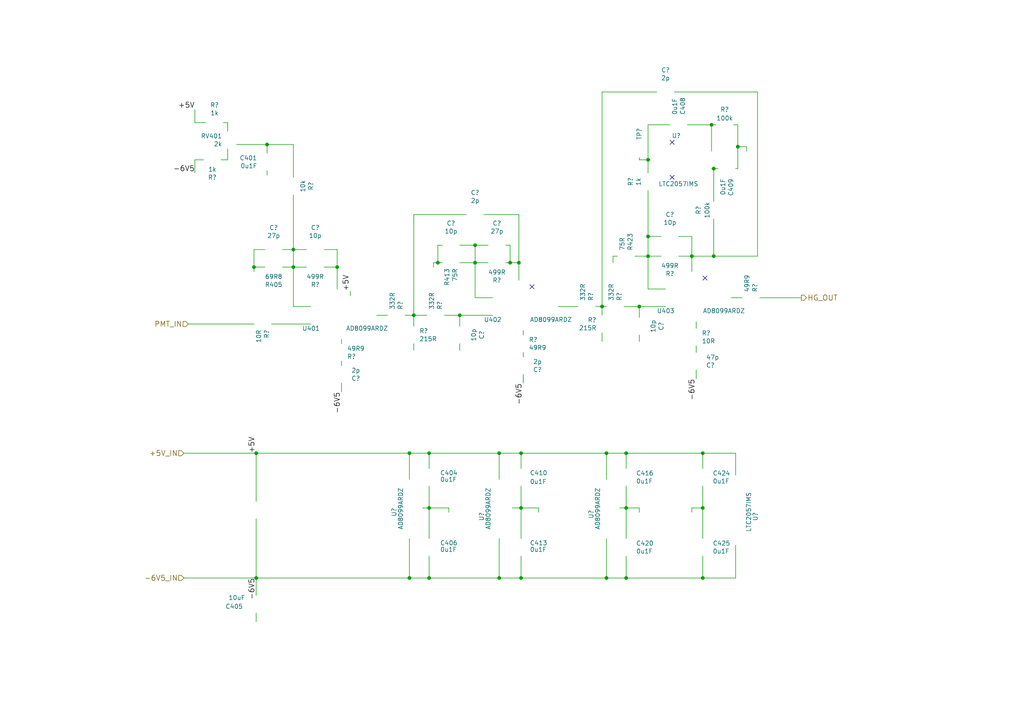
<source format=kicad_sch>
(kicad_sch (version 20250114) (generator "eeschema") (generator_version "9.0")
  (paper "A4")
  (title_block (title "LZ 8 Channel Amplifier") (date "2017-09-10") (rev "5") (company "UC Davis / Seth Hillbrand"))
  (junction (at 133.35 91.44))
  (junction (at 74.295 167.64))
  (junction (at 74.295 131.445))
  (junction (at 144.78 131.445))
  (junction (at 181.61 131.445))
  (junction (at 151.13 131.445))
  (junction (at 77.47 41.91))
  (junction (at 187.96 46.355))
  (junction (at 174.625 88.9))
  (junction (at 118.745 131.445))
  (junction (at 144.78 167.64))
  (junction (at 151.13 167.64))
  (junction (at 207.01 74.295))
  (junction (at 124.46 147.32))
  (junction (at 175.895 131.445))
  (junction (at 85.09 72.39))
  (junction (at 118.745 167.64))
  (junction (at 181.61 147.32))
  (junction (at 85.09 77.47))
  (junction (at 120.015 91.44))
  (junction (at 150.495 76.2))
  (junction (at 213.995 42.545))
  (junction (at 175.895 167.64))
  (junction (at 207.01 48.895))
  (junction (at 181.61 167.64))
  (junction (at 203.835 167.64))
  (junction (at 203.835 147.32))
  (junction (at 200.66 74.295))
  (junction (at 127 76.2))
  (junction (at 187.96 74.295))
  (junction (at 137.795 76.2))
  (junction (at 124.46 167.64))
  (junction (at 124.46 131.445))
  (junction (at 203.835 131.445))
  (junction (at 187.96 68.58))
  (junction (at 185.42 88.9))
  (junction (at 151.13 147.32))
  (junction (at 137.795 71.12))
  (junction (at 97.79 77.47))
  (junction (at 147.955 76.2))
  (junction (at 206.375 36.195))
  (junction (at 73.66 77.47))
  (no_connect (at 154.305 83.185))
  (no_connect (at 194.945 41.275))
  (no_connect (at 204.47 80.645))
  (no_connect (at 194.945 51.435))
  (wire (pts (xy 187.96 74.295) (xy 191.77 74.295)))
  (wire (pts (xy 118.745 131.445) (xy 118.745 139.065)))
  (wire (pts (xy 187.96 46.355) (xy 187.96 50.165)))
  (wire (pts (xy 151.13 135.89) (xy 151.13 131.445)))
  (wire (pts (xy 124.46 147.32) (xy 130.175 147.32)))
  (wire (pts (xy 177.8 74.295) (xy 177.8 76.2)))
  (wire (pts (xy 187.96 36.195) (xy 187.96 46.355)))
  (wire (pts (xy 148.59 147.32) (xy 151.13 147.32)))
  (wire (pts (xy 85.09 88.9) (xy 90.17 88.9)))
  (wire (pts (xy 180.975 88.9) (xy 185.42 88.9)))
  (wire (pts (xy 213.995 36.195) (xy 213.995 42.545)))
  (wire (pts (xy 185.42 88.9) (xy 193.04 88.9)))
  (wire (pts (xy 74.295 167.64) (xy 74.295 172.72)))
  (wire (pts (xy 120.015 91.44) (xy 120.015 94.615)))
  (wire (pts (xy 130.175 147.32) (xy 130.175 148.59)))
  (wire (pts (xy 151.765 102.235) (xy 151.765 103.505)))
  (wire (pts (xy 151.765 108.585) (xy 151.765 111.125)))
  (wire (pts (xy 213.36 131.445) (xy 213.36 137.795)))
  (wire (pts (xy 133.35 101.6) (xy 133.35 99.695)))
  (wire (pts (xy 187.96 83.82) (xy 193.04 83.82)))
  (wire (pts (xy 207.01 48.895) (xy 207.01 58.42)))
  (wire (pts (xy 53.34 131.445) (xy 74.295 131.445)))
  (wire (pts (xy 175.895 131.445) (xy 181.61 131.445)))
  (wire (pts (xy 151.13 161.29) (xy 151.13 167.64)))
  (wire (pts (xy 174.625 88.9) (xy 175.895 88.9)))
  (wire (pts (xy 150.495 62.23) (xy 150.495 76.2)))
  (wire (pts (xy 187.96 46.355) (xy 188.595 46.355)))
  (wire (pts (xy 181.61 147.32) (xy 181.61 156.21)))
  (wire (pts (xy 196.85 74.295) (xy 200.66 74.295)))
  (wire (pts (xy 219.71 26.67) (xy 195.58 26.67)))
  (wire (pts (xy 151.13 140.97) (xy 151.13 147.32)))
  (wire (pts (xy 151.13 131.445) (xy 175.895 131.445)))
  (wire (pts (xy 73.66 77.47) (xy 73.66 78.74)))
  (wire (pts (xy 212.09 86.36) (xy 215.265 86.36)))
  (wire (pts (xy 181.61 131.445) (xy 203.835 131.445)))
  (wire (pts (xy 146.685 76.2) (xy 147.955 76.2)))
  (wire (pts (xy 200.66 147.32) (xy 200.66 148.59)))
  (wire (pts (xy 187.96 55.245) (xy 187.96 68.58)))
  (wire (pts (xy 77.47 41.91) (xy 85.09 41.91)))
  (wire (pts (xy 133.35 91.44) (xy 142.875 91.44)))
  (wire (pts (xy 216.535 42.545) (xy 213.995 42.545)))
  (wire (pts (xy 144.78 156.21) (xy 144.78 167.64)))
  (wire (pts (xy 174.625 99.06) (xy 174.625 96.52)))
  (wire (pts (xy 206.375 36.195) (xy 207.645 36.195)))
  (wire (pts (xy 66.04 35.56) (xy 64.77 35.56)))
  (wire (pts (xy 200.66 68.58) (xy 196.85 68.58)))
  (wire (pts (xy 187.96 68.58) (xy 191.77 68.58)))
  (wire (pts (xy 77.47 50.8) (xy 77.47 49.53)))
  (wire (pts (xy 81.915 77.47) (xy 85.09 77.47)))
  (wire (pts (xy 185.42 92.075) (xy 185.42 88.9)))
  (wire (pts (xy 74.295 180.34) (xy 74.295 177.8)))
  (wire (pts (xy 137.795 71.12) (xy 137.795 76.2)))
  (wire (pts (xy 125.73 77.47) (xy 125.73 76.2)))
  (wire (pts (xy 174.625 88.9) (xy 174.625 91.44)))
  (wire (pts (xy 200.66 68.58) (xy 200.66 74.295)))
  (wire (pts (xy 118.745 156.21) (xy 118.745 167.64)))
  (wire (pts (xy 118.745 167.64) (xy 124.46 167.64)))
  (wire (pts (xy 144.78 131.445) (xy 144.78 139.065)))
  (wire (pts (xy 144.78 167.64) (xy 151.13 167.64)))
  (wire (pts (xy 187.96 36.195) (xy 194.31 36.195)))
  (wire (pts (xy 213.36 167.64) (xy 213.36 158.115)))
  (wire (pts (xy 181.61 147.32) (xy 185.42 147.32)))
  (wire (pts (xy 201.93 100.33) (xy 201.93 102.235)))
  (wire (pts (xy 93.98 77.47) (xy 97.79 77.47)))
  (wire (pts (xy 125.73 76.2) (xy 127 76.2)))
  (wire (pts (xy 97.79 72.39) (xy 97.79 77.47)))
  (wire (pts (xy 185.42 46.355) (xy 185.42 45.72)))
  (wire (pts (xy 137.795 86.36) (xy 142.875 86.36)))
  (wire (pts (xy 174.625 26.67) (xy 174.625 88.9)))
  (wire (pts (xy 54.61 93.98) (xy 73.66 93.98)))
  (wire (pts (xy 203.835 131.445) (xy 213.36 131.445)))
  (wire (pts (xy 207.01 48.895) (xy 208.28 48.895)))
  (wire (pts (xy 174.625 26.67) (xy 190.5 26.67)))
  (wire (pts (xy 120.015 62.23) (xy 120.015 91.44)))
  (wire (pts (xy 109.22 91.44) (xy 112.395 91.44)))
  (wire (pts (xy 219.71 74.295) (xy 219.71 26.67)))
  (wire (pts (xy 181.61 140.97) (xy 181.61 147.32)))
  (wire (pts (xy 147.955 76.2) (xy 150.495 76.2)))
  (wire (pts (xy 73.66 72.39) (xy 73.66 77.47)))
  (wire (pts (xy 122.555 147.32) (xy 124.46 147.32)))
  (wire (pts (xy 175.895 167.64) (xy 181.61 167.64)))
  (wire (pts (xy 200.66 74.295) (xy 207.01 74.295)))
  (wire (pts (xy 175.895 156.21) (xy 175.895 167.64)))
  (wire (pts (xy 175.895 131.445) (xy 175.895 139.065)))
  (wire (pts (xy 66.04 46.355) (xy 64.135 46.355)))
  (wire (pts (xy 117.475 91.44) (xy 120.015 91.44)))
  (wire (pts (xy 74.295 131.445) (xy 74.295 145.415)))
  (wire (pts (xy 137.795 76.2) (xy 137.795 86.36)))
  (wire (pts (xy 151.13 147.32) (xy 151.13 156.21)))
  (wire (pts (xy 147.955 71.12) (xy 146.685 71.12)))
  (wire (pts (xy 133.35 76.2) (xy 137.795 76.2)))
  (wire (pts (xy 85.09 77.47) (xy 85.09 88.9)))
  (wire (pts (xy 133.35 71.12) (xy 137.795 71.12)))
  (wire (pts (xy 185.42 46.355) (xy 187.96 46.355)))
  (wire (pts (xy 179.705 147.32) (xy 181.61 147.32)))
  (wire (pts (xy 206.375 48.895) (xy 207.01 48.895)))
  (wire (pts (xy 120.015 91.44) (xy 123.825 91.44)))
  (wire (pts (xy 172.72 88.9) (xy 174.625 88.9)))
  (wire (pts (xy 99.06 99.695) (xy 99.06 98.425)))
  (wire (pts (xy 137.795 71.12) (xy 141.605 71.12)))
  (wire (pts (xy 151.765 97.155) (xy 151.765 95.885)))
  (wire (pts (xy 101.6 85.725) (xy 101.6 84.455)))
  (wire (pts (xy 59.69 35.56) (xy 56.515 35.56)))
  (wire (pts (xy 127 76.2) (xy 127 71.12)))
  (wire (pts (xy 124.46 140.97) (xy 124.46 147.32)))
  (wire (pts (xy 124.46 161.29) (xy 124.46 167.64)))
  (wire (pts (xy 99.06 111.125) (xy 99.06 113.665)))
  (wire (pts (xy 203.835 140.97) (xy 203.835 147.32)))
  (wire (pts (xy 99.06 106.045) (xy 99.06 104.775)))
  (wire (pts (xy 185.42 99.06) (xy 185.42 97.155)))
  (wire (pts (xy 181.61 167.64) (xy 203.835 167.64)))
  (wire (pts (xy 200.66 74.295) (xy 200.66 78.74)))
  (wire (pts (xy 85.09 41.91) (xy 85.09 51.435)))
  (wire (pts (xy 118.745 131.445) (xy 124.46 131.445)))
  (wire (pts (xy 201.93 93.345) (xy 201.93 95.25)))
  (wire (pts (xy 73.66 72.39) (xy 76.835 72.39)))
  (wire (pts (xy 213.995 48.895) (xy 213.36 48.895)))
  (wire (pts (xy 213.995 42.545) (xy 213.995 48.895)))
  (wire (pts (xy 74.295 167.64) (xy 118.745 167.64)))
  (wire (pts (xy 203.835 135.89) (xy 203.835 131.445)))
  (wire (pts (xy 124.46 167.64) (xy 144.78 167.64)))
  (wire (pts (xy 161.925 88.9) (xy 167.64 88.9)))
  (wire (pts (xy 120.015 99.695) (xy 120.015 101.6)))
  (wire (pts (xy 181.61 135.89) (xy 181.61 131.445)))
  (wire (pts (xy 56.515 50.165) (xy 56.515 46.355)))
  (wire (pts (xy 85.09 72.39) (xy 88.9 72.39)))
  (wire (pts (xy 53.34 167.64) (xy 74.295 167.64)))
  (wire (pts (xy 85.09 56.515) (xy 85.09 72.39)))
  (wire (pts (xy 85.09 77.47) (xy 88.9 77.47)))
  (wire (pts (xy 206.375 43.815) (xy 206.375 36.195)))
  (wire (pts (xy 203.835 147.32) (xy 200.66 147.32)))
  (wire (pts (xy 150.495 76.2) (xy 150.495 81.28)))
  (wire (pts (xy 185.42 147.32) (xy 185.42 148.59)))
  (wire (pts (xy 147.955 76.2) (xy 147.955 71.12)))
  (wire (pts (xy 207.01 74.295) (xy 219.71 74.295)))
  (wire (pts (xy 81.915 72.39) (xy 85.09 72.39)))
  (wire (pts (xy 201.93 107.315) (xy 201.93 109.855)))
  (wire (pts (xy 74.295 150.495) (xy 74.295 167.64)))
  (wire (pts (xy 181.61 167.64) (xy 181.61 161.29)))
  (wire (pts (xy 97.79 77.47) (xy 97.79 83.82)))
  (wire (pts (xy 128.905 91.44) (xy 133.35 91.44)))
  (wire (pts (xy 68.58 41.91) (xy 77.47 41.91)))
  (wire (pts (xy 124.46 131.445) (xy 144.78 131.445)))
  (wire (pts (xy 127 71.12) (xy 128.27 71.12)))
  (wire (pts (xy 78.74 93.98) (xy 90.17 93.98)))
  (wire (pts (xy 177.8 74.295) (xy 179.07 74.295)))
  (wire (pts (xy 73.66 77.47) (xy 76.835 77.47)))
  (wire (pts (xy 151.13 147.32) (xy 156.21 147.32)))
  (wire (pts (xy 124.46 135.89) (xy 124.46 131.445)))
  (wire (pts (xy 144.78 131.445) (xy 151.13 131.445)))
  (wire (pts (xy 140.335 62.23) (xy 150.495 62.23)))
  (wire (pts (xy 120.015 62.23) (xy 135.255 62.23)))
  (wire (pts (xy 216.535 43.815) (xy 216.535 42.545)))
  (wire (pts (xy 203.835 167.64) (xy 213.36 167.64)))
  (wire (pts (xy 203.835 147.32) (xy 203.835 156.21)))
  (wire (pts (xy 66.04 43.18) (xy 66.04 46.355)))
  (wire (pts (xy 66.04 38.1) (xy 66.04 35.56)))
  (wire (pts (xy 124.46 147.32) (xy 124.46 156.21)))
  (wire (pts (xy 97.79 72.39) (xy 93.98 72.39)))
  (wire (pts (xy 133.35 94.615) (xy 133.35 91.44)))
  (wire (pts (xy 85.09 72.39) (xy 85.09 77.47)))
  (wire (pts (xy 220.345 86.36) (xy 232.41 86.36)))
  (wire (pts (xy 156.21 147.32) (xy 156.21 148.59)))
  (wire (pts (xy 127 76.2) (xy 128.27 76.2)))
  (wire (pts (xy 137.795 76.2) (xy 141.605 76.2)))
  (wire (pts (xy 77.47 41.91) (xy 77.47 44.45)))
  (wire (pts (xy 199.39 36.195) (xy 206.375 36.195)))
  (wire (pts (xy 56.515 35.56) (xy 56.515 31.75)))
  (wire (pts (xy 56.515 46.355) (xy 59.055 46.355)))
  (wire (pts (xy 184.15 74.295) (xy 187.96 74.295)))
  (wire (pts (xy 207.01 74.295) (xy 207.01 63.5)))
  (wire (pts (xy 151.13 167.64) (xy 175.895 167.64)))
  (wire (pts (xy 187.96 74.295) (xy 187.96 83.82)))
  (wire (pts (xy 187.96 68.58) (xy 187.96 74.295)))
  (wire (pts (xy 203.835 167.64) (xy 203.835 161.29)))
  (wire (pts (xy 212.725 36.195) (xy 213.995 36.195)))
  (wire (pts (xy 74.295 131.445) (xy 118.745 131.445)))
  (label "+5V" (at 56.515 31.75 180) (effects (font (size 1.524 1.524))))
  (label "-6V5" (at 99.06 113.665 270) (effects (font (size 1.524 1.524))))
  (label "-6V5" (at 56.515 50.165 180) (effects (font (size 1.524 1.524))))
  (label "-6V5" (at 74.295 167.64 270) (effects (font (size 1.524 1.524))))
  (label "-6V5" (at 151.765 111.125 270) (effects (font (size 1.524 1.524))))
  (label "+5V" (at 74.295 131.445 90) (effects (font (size 1.524 1.524))))
  (label "-6V5" (at 201.93 109.855 270) (effects (font (size 1.524 1.524))))
  (label "+5V" (at 101.6 84.455 90) (effects (font (size 1.524 1.524))))
  (hierarchical_label "-6V5_IN" (shape input) (at 53.34 167.64 180) (effects (font (size 1.524 1.524))))
  (hierarchical_label "HG_OUT" (shape output) (at 232.41 86.36 0) (effects (font (size 1.524 1.524))))
  (hierarchical_label "PMT_IN" (shape input) (at 54.61 93.98 180) (effects (font (size 1.524 1.524))))
  (hierarchical_label "+5V_IN" (shape input) (at 53.34 131.445 180) (effects (font (size 1.524 1.524))))
  (symbol (lib_id "_passive:POT") (at 66.04 40.64 180) (unit 1)
    (property "Reference" "RV401" (at 64.4398 39.4716 0) (effects (justify left)))
    (property "Value" "2k" (at 64.4398 41.783 0) (effects (justify left)))
    (property "Footprint" "Potentiometers:Potentiometer_Trimmer_Bourns_3224W" (effects (hide yes)))
    (property "Datasheet" "http://www.bourns.com/docs/Product-Datasheets/3224.pdf" (effects (hide yes)))
    (property "mpn" "3224W-1-202E" (effects (hide yes)))
    (property "digikey#" "3224W-202ETR-ND" (effects (hide yes)))
    (instances (project "" (path "" (reference "RV401") (unit 1)) (path "" (reference "RV401") (unit 1)) (path "" (reference "RV901") (unit 1)) (path "" (reference "RV1401") (unit 1)) (path "" (reference "RV1901") (unit 1)) (path "" (reference "RV2401") (unit 1)) (path "" (reference "RV2901") (unit 1)) (path "" (reference "RV3401") (unit 1)) (path "" (reference "RV3901") (unit 1))))
  )
  (symbol (lib_id "pasv-res:R-0402") (at 181.61 74.295 90) (mirror x) (unit 1)
    (property "Reference" "R423" (at 182.7784 72.6948 0) (effects (justify right)))
    (property "Value" "75R" (at 180.467 72.6948 0) (effects (justify right)))
    (property "Footprint" "Resistors_SMD:R_0603" (effects (hide yes)))
    (property "Datasheet" "https://industrial.panasonic.com/cdbs/www-data/pdf/RDM0000/AOA0000C307.pdf" (effects (hide yes)))
    (property "mpn" "ERA-3AEB750V" (effects (hide yes)))
    (property "digikey#" "P75DBCT-ND" (effects (hide yes)))
    (instances (project "" (path "" (reference "R423") (unit 1)) (path "" (reference "R923") (unit 1)) (path "" (reference "R1423") (unit 1)) (path "" (reference "R1923") (unit 1)) (path "" (reference "R2423") (unit 1)) (path "" (reference "R2923") (unit 1)) (path "" (reference "R3423") (unit 1)) (path "" (reference "R3923") (unit 1))))
  )
  (symbol (lib_id "pasv-res:R-0402") (at 79.375 77.47 90) (unit 1)
    (property "Reference" "R405" (at 79.375 82.55 90))
    (property "Value" "69R8" (at 79.375 80.2386 90))
    (property "Footprint" "Resistors_SMD:R_0603" (effects (hide yes)))
    (property "Datasheet" "https://industrial.panasonic.com/cdbs/www-data/pdf/RDM0000/AOA0000C307.pdf" (effects (hide yes)))
    (property "mpn" "ERA-3AEB69R8V" (effects (hide yes)))
    (property "digikey#" "P69.8DBCT-ND" (effects (hide yes)))
    (instances (project "" (path "" (reference "R405") (unit 1)) (path "" (reference "R905") (unit 1)) (path "" (reference "R1405") (unit 1)) (path "" (reference "R1905") (unit 1)) (path "" (reference "R2405") (unit 1)) (path "" (reference "R2905") (unit 1)) (path "" (reference "R3405") (unit 1)) (path "" (reference "R3905") (unit 1))))
  )
  (symbol (lib_id "power1:VGND") (at 73.66 78.74 0) (unit 1)
    (property "Reference" "#PWR018" (effects (hide yes)))
    (property "Value" "VGND" (effects (hide yes)))
    (instances (project "" (path "" (reference "#PWR018") (unit 1)) (path "" (reference "#PWR058") (unit 1)) (path "" (reference "#PWR098") (unit 1)) (path "" (reference "#PWR0138") (unit 1)) (path "" (reference "#PWR0178") (unit 1)) (path "" (reference "#PWR0218") (unit 1)) (path "" (reference "#PWR0258") (unit 1)) (path "" (reference "#PWR0298") (unit 1))))
  )
  (symbol (lib_id "power1:VGND") (at 130.175 148.59 0) (unit 1)
    (property "Reference" "#PWR019" (effects (hide yes)))
    (property "Value" "VGND" (effects (hide yes)))
    (instances (project "" (path "" (reference "#PWR019") (unit 1)) (path "" (reference "#PWR059") (unit 1)) (path "" (reference "#PWR099") (unit 1)) (path "" (reference "#PWR0139") (unit 1)) (path "" (reference "#PWR0179") (unit 1)) (path "" (reference "#PWR0219") (unit 1)) (path "" (reference "#PWR0259") (unit 1)) (path "" (reference "#PWR0299") (unit 1))))
  )
  (symbol (lib_id "power1:VGND") (at 156.21 148.59 0) (unit 1)
    (property "Reference" "#PWR020" (effects (hide yes)))
    (property "Value" "VGND" (effects (hide yes)))
    (instances (project "" (path "" (reference "#PWR020") (unit 1)) (path "" (reference "#PWR060") (unit 1)) (path "" (reference "#PWR0100") (unit 1)) (path "" (reference "#PWR0140") (unit 1)) (path "" (reference "#PWR0180") (unit 1)) (path "" (reference "#PWR0220") (unit 1)) (path "" (reference "#PWR0260") (unit 1)) (path "" (reference "#PWR0300") (unit 1))))
  )
  (symbol (lib_id "power1:VGND") (at 185.42 148.59 0) (unit 1)
    (property "Reference" "#PWR021" (effects (hide yes)))
    (property "Value" "VGND" (effects (hide yes)))
    (instances (project "" (path "" (reference "#PWR021") (unit 1)) (path "" (reference "#PWR061") (unit 1)) (path "" (reference "#PWR0101") (unit 1)) (path "" (reference "#PWR0141") (unit 1)) (path "" (reference "#PWR0181") (unit 1)) (path "" (reference "#PWR0221") (unit 1)) (path "" (reference "#PWR0261") (unit 1)) (path "" (reference "#PWR0301") (unit 1))))
  )
  (symbol (lib_id "power1:VGND") (at 77.47 50.8 0) (mirror y) (unit 1)
    (property "Reference" "#PWR022" (effects (hide yes)))
    (property "Value" "VGND" (effects (hide yes)))
    (instances (project "" (path "" (reference "#PWR022") (unit 1)) (path "" (reference "#PWR062") (unit 1)) (path "" (reference "#PWR0102") (unit 1)) (path "" (reference "#PWR0142") (unit 1)) (path "" (reference "#PWR0182") (unit 1)) (path "" (reference "#PWR0222") (unit 1)) (path "" (reference "#PWR0262") (unit 1)) (path "" (reference "#PWR0302") (unit 1))))
  )
  (symbol (lib_id "power1:VGND") (at 125.73 77.47 0) (unit 1)
    (property "Reference" "#PWR023" (effects (hide yes)))
    (property "Value" "VGND" (effects (hide yes)))
    (instances (project "" (path "" (reference "#PWR023") (unit 1)) (path "" (reference "#PWR063") (unit 1)) (path "" (reference "#PWR0103") (unit 1)) (path "" (reference "#PWR0143") (unit 1)) (path "" (reference "#PWR0183") (unit 1)) (path "" (reference "#PWR0223") (unit 1)) (path "" (reference "#PWR0263") (unit 1)) (path "" (reference "#PWR0303") (unit 1))))
  )
  (symbol (lib_id "power1:VGND") (at 177.8 76.2 0) (unit 1)
    (property "Reference" "#PWR024" (effects (hide yes)))
    (property "Value" "VGND" (effects (hide yes)))
    (instances (project "" (path "" (reference "#PWR024") (unit 1)) (path "" (reference "#PWR064") (unit 1)) (path "" (reference "#PWR0104") (unit 1)) (path "" (reference "#PWR0144") (unit 1)) (path "" (reference "#PWR0184") (unit 1)) (path "" (reference "#PWR0224") (unit 1)) (path "" (reference "#PWR0264") (unit 1)) (path "" (reference "#PWR0304") (unit 1))))
  )
  (symbol (lib_id "power1:VGND") (at 120.015 101.6 0) (unit 1)
    (property "Reference" "#PWR025" (effects (hide yes)))
    (property "Value" "VGND" (effects (hide yes)))
    (instances (project "" (path "" (reference "#PWR025") (unit 1)) (path "" (reference "#PWR065") (unit 1)) (path "" (reference "#PWR0105") (unit 1)) (path "" (reference "#PWR0145") (unit 1)) (path "" (reference "#PWR0185") (unit 1)) (path "" (reference "#PWR0225") (unit 1)) (path "" (reference "#PWR0265") (unit 1)) (path "" (reference "#PWR0305") (unit 1))))
  )
  (symbol (lib_id "power1:VGND") (at 174.625 99.06 0) (unit 1)
    (property "Reference" "#PWR026" (effects (hide yes)))
    (property "Value" "VGND" (effects (hide yes)))
    (instances (project "" (path "" (reference "#PWR026") (unit 1)) (path "" (reference "#PWR066") (unit 1)) (path "" (reference "#PWR0106") (unit 1)) (path "" (reference "#PWR0146") (unit 1)) (path "" (reference "#PWR0186") (unit 1)) (path "" (reference "#PWR0226") (unit 1)) (path "" (reference "#PWR0266") (unit 1)) (path "" (reference "#PWR0306") (unit 1))))
  )
  (symbol (lib_id "_passive:CPOL") (at 74.295 147.955 0) (mirror y) (unit 1)
    (property "Reference" "C403" (at 71.4502 146.7866 0) (effects (justify left)))
    (property "Value" "10uF" (at 71.4502 149.098 0) (effects (justify left)))
    (property "Footprint" "Capacitors_SMD:CP_Elec_5x5.8" (effects (hide yes)))
    (property "Datasheet" "https://industrial.panasonic.com/cdbs/www-data/pdf/RDD0000/ABA0000C1221.pdf" (effects (hide yes)))
    (property "mpn" "EEH-ZA1H100R" (effects (hide yes)))
    (property "newark#" "91T4889" (effects (hide yes)))
    (property "digikey#" "P15441CT-ND" (effects (hide yes)))
    (instances (project "" (path "" (reference "C403") (unit 1)) (path "" (reference "C903") (unit 1)) (path "" (reference "C1403") (unit 1)) (path "" (reference "C1903") (unit 1)) (path "" (reference "C2403") (unit 1)) (path "" (reference "C2903") (unit 1)) (path "" (reference "C3403") (unit 1)) (path "" (reference "C3903") (unit 1))))
  )
  (symbol (lib_id "_passive:CPOL") (at 74.295 175.26 0) (mirror x) (unit 1)
    (property "Reference" "C405" (at 70.485 175.895 0) (effects (justify right)))
    (property "Value" "10uF" (at 71.12 173.355 0) (effects (justify right)))
    (property "Footprint" "Capacitors_SMD:CP_Elec_5x5.8" (effects (hide yes)))
    (property "Datasheet" "https://industrial.panasonic.com/cdbs/www-data/pdf/RDD0000/ABA0000C1221.pdf" (effects (hide yes)))
    (property "mpn" "EEH-ZA1H100R" (effects (hide yes)))
    (property "newark#" "91T4889" (effects (hide yes)))
    (property "digikey#" "P15441CT-ND" (effects (hide yes)))
    (instances (project "" (path "" (reference "C405") (unit 1)) (path "" (reference "C905") (unit 1)) (path "" (reference "C1405") (unit 1)) (path "" (reference "C1905") (unit 1)) (path "" (reference "C2405") (unit 1)) (path "" (reference "C2905") (unit 1)) (path "" (reference "C3405") (unit 1)) (path "" (reference "C3905") (unit 1))))
  )
  (symbol (lib_id "pasv-res:R-0402") (at 62.23 35.56 90) (mirror x) (unit 1)
    (property "Reference" "R401" (at 62.23 30.48 90))
    (property "Value" "1k" (at 62.23 32.7914 90))
    (property "Footprint" "Resistors_SMD:R_0603" (effects (hide yes)))
    (property "Datasheet" "http://www.te.com/commerce/DocumentDelivery/DDEController?Action=srchrtrv&DocNm=1773200&DocType=DS&DocLang=English" (effects (hide yes)))
    (property "mpn" "CPF0603F1K0C1" (effects (hide yes)))
    (property "newark#" "51R8602" (effects (hide yes)))
    (property "digikey#" "A102226CT-ND" (effects (hide yes)))
    (instances (project "" (path "" (reference "R?") (unit 1)) (path "" (reference "R401") (unit 1)) (path "" (reference "R?") (unit 1)) (path "" (reference "R901") (unit 1)) (path "" (reference "R?") (unit 1)) (path "" (reference "R1401") (unit 1)) (path "" (reference "R?") (unit 1)) (path "" (reference "R1901") (unit 1)) (path "" (reference "R?") (unit 1)) (path "" (reference "R2401") (unit 1)) (path "" (reference "R?") (unit 1)) (path "" (reference "R2901") (unit 1)) (path "" (reference "R?") (unit 1)) (path "" (reference "R3401") (unit 1)) (path "" (reference "R?") (unit 1)) (path "" (reference "R3901") (unit 1))))
  )
  (symbol (lib_id "pasv-res:R-0402") (at 61.595 46.355 90) (unit 1)
    (property "Reference" "R402" (at 61.595 51.435 90))
    (property "Value" "1k" (at 61.595 49.1236 90))
    (property "Footprint" "Resistors_SMD:R_0603" (effects (hide yes)))
    (property "Datasheet" "http://www.te.com/commerce/DocumentDelivery/DDEController?Action=srchrtrv&DocNm=1773200&DocType=DS&DocLang=English" (effects (hide yes)))
    (property "mpn" "CPF0603F1K0C1" (effects (hide yes)))
    (property "newark#" "51R8602" (effects (hide yes)))
    (property "digikey#" "A102226CT-ND" (effects (hide yes)))
    (instances (project "" (path "" (reference "R?") (unit 1)) (path "" (reference "R402") (unit 1)) (path "" (reference "R?") (unit 1)) (path "" (reference "R902") (unit 1)) (path "" (reference "R?") (unit 1)) (path "" (reference "R1402") (unit 1)) (path "" (reference "R?") (unit 1)) (path "" (reference "R1902") (unit 1)) (path "" (reference "R?") (unit 1)) (path "" (reference "R2402") (unit 1)) (path "" (reference "R?") (unit 1)) (path "" (reference "R2902") (unit 1)) (path "" (reference "R?") (unit 1)) (path "" (reference "R3402") (unit 1)) (path "" (reference "R?") (unit 1)) (path "" (reference "R3902") (unit 1))))
  )
  (symbol (lib_id "_passive:C") (at 77.47 46.99 0) (mirror y) (unit 1)
    (property "Reference" "C401" (at 74.5998 45.8216 0) (effects (justify left)))
    (property "Value" "0u1F" (at 74.5998 48.133 0) (effects (justify left)))
    (property "Footprint" "Capacitors_SMD:C_0603" (effects (hide yes)))
    (property "Datasheet" "http://datasheets.avx.com/X7RDielectric.pdf" (effects (hide yes)))
    (property "mpn" "0603YC104JAT2A" (effects (hide yes)))
    (property "newark#" "96M1175" (effects (hide yes)))
    (property "digikey#" "478-3726-1-ND" (effects (hide yes)))
    (instances (project "" (path "" (reference "C401") (unit 1)) (path "" (reference "C901") (unit 1)) (path "" (reference "C1401") (unit 1)) (path "" (reference "C1901") (unit 1)) (path "" (reference "C2401") (unit 1)) (path "" (reference "C2901") (unit 1)) (path "" (reference "C3401") (unit 1)) (path "" (reference "C3901") (unit 1))))
  )
  (symbol (lib_id "pasv-res:R-0402") (at 85.09 53.975 0) (mirror y) (unit 1)
    (property "Reference" "R404" (at 90.17 53.975 90))
    (property "Value" "10k" (at 87.8586 53.975 90))
    (property "Footprint" "Resistors_SMD:R_0603" (effects (hide yes)))
    (property "Datasheet" "http://www.te.com/commerce/DocumentDelivery/DDEController?Action=srchrtrv&DocNm=1773200&DocType=DS&DocLang=English" (effects (hide yes)))
    (property "mpn" "CPF0603F10KC1" (effects (hide yes)))
    (property "digikey#" "A102203CT-ND" (effects (hide yes)))
    (instances (project "" (path "" (reference "R?") (unit 1)) (path "" (reference "R404") (unit 1)) (path "" (reference "R?") (unit 1)) (path "" (reference "R904") (unit 1)) (path "" (reference "R?") (unit 1)) (path "" (reference "R1404") (unit 1)) (path "" (reference "R?") (unit 1)) (path "" (reference "R1904") (unit 1)) (path "" (reference "R?") (unit 1)) (path "" (reference "R2404") (unit 1)) (path "" (reference "R?") (unit 1)) (path "" (reference "R2904") (unit 1)) (path "" (reference "R?") (unit 1)) (path "" (reference "R3404") (unit 1)) (path "" (reference "R?") (unit 1)) (path "" (reference "R3904") (unit 1))))
  )
  (symbol (lib_id "pasv-res:R-0402") (at 99.06 102.235 0) (mirror y) (unit 1)
    (property "Reference" "R408" (at 100.6602 103.4034 0) (effects (justify right)))
    (property "Value" "49R9" (at 100.6602 101.092 0) (effects (justify right)))
    (property "Footprint" "Resistors_SMD:R_0603" (effects (hide yes)))
    (property "Datasheet" "https://industrial.panasonic.com/cdbs/www-data/pdf/RDM0000/AOA0000C307.pdf" (effects (hide yes)))
    (property "mpn" "ERA-3AEB49R9V" (effects (hide yes)))
    (property "digikey#" "P49.9DBCT-ND" (effects (hide yes)))
    (instances (project "" (path "" (reference "R?") (unit 1)) (path "" (reference "R408") (unit 1)) (path "" (reference "R?") (unit 1)) (path "" (reference "R908") (unit 1)) (path "" (reference "R?") (unit 1)) (path "" (reference "R1408") (unit 1)) (path "" (reference "R?") (unit 1)) (path "" (reference "R1908") (unit 1)) (path "" (reference "R?") (unit 1)) (path "" (reference "R2408") (unit 1)) (path "" (reference "R?") (unit 1)) (path "" (reference "R2908") (unit 1)) (path "" (reference "R?") (unit 1)) (path "" (reference "R3408") (unit 1)) (path "" (reference "R?") (unit 1)) (path "" (reference "R3908") (unit 1))))
  )
  (symbol (lib_id "pasv-res:R-0402") (at 151.765 99.695 180) (unit 1)
    (property "Reference" "R418" (at 153.3652 98.5266 0) (effects (justify right)))
    (property "Value" "49R9" (at 153.3652 100.838 0) (effects (justify right)))
    (property "Footprint" "Resistors_SMD:R_0603" (effects (hide yes)))
    (property "Datasheet" "https://industrial.panasonic.com/cdbs/www-data/pdf/RDM0000/AOA0000C307.pdf" (effects (hide yes)))
    (property "mpn" "ERA-3AEB49R9V" (effects (hide yes)))
    (property "digikey#" "P49.9DBCT-ND" (effects (hide yes)))
    (instances (project "" (path "" (reference "R?") (unit 1)) (path "" (reference "R418") (unit 1)) (path "" (reference "R?") (unit 1)) (path "" (reference "R918") (unit 1)) (path "" (reference "R?") (unit 1)) (path "" (reference "R1418") (unit 1)) (path "" (reference "R?") (unit 1)) (path "" (reference "R1918") (unit 1)) (path "" (reference "R?") (unit 1)) (path "" (reference "R2418") (unit 1)) (path "" (reference "R?") (unit 1)) (path "" (reference "R2918") (unit 1)) (path "" (reference "R?") (unit 1)) (path "" (reference "R3418") (unit 1)) (path "" (reference "R?") (unit 1)) (path "" (reference "R3918") (unit 1))))
  )
  (symbol (lib_id "pasv-res:R-0402") (at 201.93 97.79 180) (unit 1)
    (property "Reference" "R428" (at 203.5302 96.6216 0) (effects (justify right)))
    (property "Value" "10R" (at 203.5302 98.933 0) (effects (justify right)))
    (property "Footprint" "Resistors_SMD:R_0603" (effects (hide yes)))
    (property "Datasheet" "http://www.te.com/commerce/DocumentDelivery/DDEController?Action=srchrtrv&DocNm=1773200&DocType=DS&DocLang=English" (effects (hide yes)))
    (property "mpn" "CPF0603B10RE1" (effects (hide yes)))
    (property "digikey#" "A103030CT-ND" (effects (hide yes)))
    (instances (project "" (path "" (reference "R?") (unit 1)) (path "" (reference "R428") (unit 1)) (path "" (reference "R?") (unit 1)) (path "" (reference "R928") (unit 1)) (path "" (reference "R?") (unit 1)) (path "" (reference "R1428") (unit 1)) (path "" (reference "R?") (unit 1)) (path "" (reference "R1928") (unit 1)) (path "" (reference "R?") (unit 1)) (path "" (reference "R2428") (unit 1)) (path "" (reference "R?") (unit 1)) (path "" (reference "R2928") (unit 1)) (path "" (reference "R?") (unit 1)) (path "" (reference "R3428") (unit 1)) (path "" (reference "R?") (unit 1)) (path "" (reference "R3928") (unit 1))))
  )
  (symbol (lib_id "pasv-res:R-0402") (at 91.44 77.47 90) (mirror x) (unit 1)
    (property "Reference" "R407" (at 91.44 82.55 90))
    (property "Value" "499R" (at 91.44 80.2386 90))
    (property "Footprint" "Resistors_SMD:R_0603" (effects (hide yes)))
    (property "Datasheet" "https://industrial.panasonic.com/cdbs/www-data/pdf/RDM0000/AOA0000C307.pdf" (effects (hide yes)))
    (property "mpn" "ERA-3AEB4990V" (effects (hide yes)))
    (property "digikey#" "P499DBCT-ND" (effects (hide yes)))
    (instances (project "" (path "" (reference "R?") (unit 1)) (path "" (reference "R407") (unit 1)) (path "" (reference "R?") (unit 1)) (path "" (reference "R907") (unit 1)) (path "" (reference "R?") (unit 1)) (path "" (reference "R1407") (unit 1)) (path "" (reference "R?") (unit 1)) (path "" (reference "R1907") (unit 1)) (path "" (reference "R?") (unit 1)) (path "" (reference "R2407") (unit 1)) (path "" (reference "R?") (unit 1)) (path "" (reference "R2907") (unit 1)) (path "" (reference "R?") (unit 1)) (path "" (reference "R3407") (unit 1)) (path "" (reference "R?") (unit 1)) (path "" (reference "R3907") (unit 1))))
  )
  (symbol (lib_id "pasv-res:R-0402") (at 144.145 76.2 90) (mirror x) (unit 1)
    (property "Reference" "R417" (at 144.145 81.28 90))
    (property "Value" "499R" (at 144.145 78.9686 90))
    (property "Footprint" "Resistors_SMD:R_0603" (effects (hide yes)))
    (property "Datasheet" "https://industrial.panasonic.com/cdbs/www-data/pdf/RDM0000/AOA0000C307.pdf" (effects (hide yes)))
    (property "mpn" "ERA-3AEB4990V" (effects (hide yes)))
    (property "digikey#" "P499DBCT-ND" (effects (hide yes)))
    (instances (project "" (path "" (reference "R?") (unit 1)) (path "" (reference "R417") (unit 1)) (path "" (reference "R?") (unit 1)) (path "" (reference "R917") (unit 1)) (path "" (reference "R?") (unit 1)) (path "" (reference "R1417") (unit 1)) (path "" (reference "R?") (unit 1)) (path "" (reference "R1917") (unit 1)) (path "" (reference "R?") (unit 1)) (path "" (reference "R2417") (unit 1)) (path "" (reference "R?") (unit 1)) (path "" (reference "R2917") (unit 1)) (path "" (reference "R?") (unit 1)) (path "" (reference "R3417") (unit 1)) (path "" (reference "R?") (unit 1)) (path "" (reference "R3917") (unit 1))))
  )
  (symbol (lib_id "pasv-res:R-0402") (at 194.31 74.295 90) (mirror x) (unit 1)
    (property "Reference" "R427" (at 194.31 79.375 90))
    (property "Value" "499R" (at 194.31 77.0636 90))
    (property "Footprint" "Resistors_SMD:R_0603" (effects (hide yes)))
    (property "Datasheet" "https://industrial.panasonic.com/cdbs/www-data/pdf/RDM0000/AOA0000C307.pdf" (effects (hide yes)))
    (property "mpn" "ERA-3AEB4990V" (effects (hide yes)))
    (property "digikey#" "P499DBCT-ND" (effects (hide yes)))
    (instances (project "" (path "" (reference "R?") (unit 1)) (path "" (reference "R427") (unit 1)) (path "" (reference "R?") (unit 1)) (path "" (reference "R927") (unit 1)) (path "" (reference "R?") (unit 1)) (path "" (reference "R1427") (unit 1)) (path "" (reference "R?") (unit 1)) (path "" (reference "R1927") (unit 1)) (path "" (reference "R?") (unit 1)) (path "" (reference "R2427") (unit 1)) (path "" (reference "R?") (unit 1)) (path "" (reference "R2927") (unit 1)) (path "" (reference "R?") (unit 1)) (path "" (reference "R3427") (unit 1)) (path "" (reference "R?") (unit 1)) (path "" (reference "R3927") (unit 1))))
  )
  (symbol (lib_id "_passive:C") (at 124.46 138.43 0) (unit 1)
    (property "Reference" "C404" (at 127.635 137.16 0) (effects (justify left)))
    (property "Value" "0u1F" (at 127.635 139.065 0) (effects (justify left)))
    (property "Footprint" "IPC7351-Most:CAPC1220X107" (effects (hide yes)))
    (property "Datasheet" "http://www.murata.com/~/media/webrenewal/support/library/catalog/products/capacitor/mlcc/c02e.pdf" (effects (hide yes)))
    (property "mpn" "LLL216R71E104MA01L" (effects (hide yes)))
    (property "digikey#" "490-4346-1-ND" (effects (hide yes)))
    (instances (project "" (path "" (reference "C404") (unit 1)) (path "" (reference "C904") (unit 1)) (path "" (reference "C1404") (unit 1)) (path "" (reference "C1904") (unit 1)) (path "" (reference "C2404") (unit 1)) (path "" (reference "C2904") (unit 1)) (path "" (reference "C3404") (unit 1)) (path "" (reference "C3904") (unit 1))))
  )
  (symbol (lib_id "pasv-cap:C-0402") (at 99.06 108.585 0) (mirror y) (unit 1)
    (property "Reference" "C402" (at 101.9048 109.7534 0) (effects (justify right)))
    (property "Value" "2p" (at 101.9048 107.442 0) (effects (justify right)))
    (property "Footprint" "Capacitors_SMD:C_0603" (effects (hide yes)))
    (property "Datasheet" "http://www.murata.com/~/media/webrenewal/support/library/catalog/products/capacitor/mlcc/c02e.ashx" (effects (hide yes)))
    (property "mpn" "GRM1885C1H2R0CA01D" (effects (hide yes)))
    (property "digikey#" "490-10713-1-ND" (effects (hide yes)))
    (instances (project "" (path "" (reference "C?") (unit 1)) (path "" (reference "C402") (unit 1)) (path "" (reference "C?") (unit 1)) (path "" (reference "C902") (unit 1)) (path "" (reference "C?") (unit 1)) (path "" (reference "C1402") (unit 1)) (path "" (reference "C?") (unit 1)) (path "" (reference "C1902") (unit 1)) (path "" (reference "C?") (unit 1)) (path "" (reference "C2402") (unit 1)) (path "" (reference "C?") (unit 1)) (path "" (reference "C2902") (unit 1)) (path "" (reference "C?") (unit 1)) (path "" (reference "C3402") (unit 1)) (path "" (reference "C?") (unit 1)) (path "" (reference "C3902") (unit 1))))
  )
  (symbol (lib_id "pasv-cap:C-0402") (at 151.765 106.045 0) (mirror y) (unit 1)
    (property "Reference" "C411" (at 154.6098 107.2134 0) (effects (justify right)))
    (property "Value" "2p" (at 154.6098 104.902 0) (effects (justify right)))
    (property "Footprint" "Capacitors_SMD:C_0603" (effects (hide yes)))
    (property "Datasheet" "http://www.murata.com/~/media/webrenewal/support/library/catalog/products/capacitor/mlcc/c02e.ashx" (effects (hide yes)))
    (property "mpn" "GRM1885C1H2R0CA01D" (effects (hide yes)))
    (property "digikey#" "490-10713-1-ND" (effects (hide yes)))
    (instances (project "" (path "" (reference "C?") (unit 1)) (path "" (reference "C411") (unit 1)) (path "" (reference "C?") (unit 1)) (path "" (reference "C911") (unit 1)) (path "" (reference "C?") (unit 1)) (path "" (reference "C1411") (unit 1)) (path "" (reference "C?") (unit 1)) (path "" (reference "C1911") (unit 1)) (path "" (reference "C?") (unit 1)) (path "" (reference "C2411") (unit 1)) (path "" (reference "C?") (unit 1)) (path "" (reference "C2911") (unit 1)) (path "" (reference "C?") (unit 1)) (path "" (reference "C3411") (unit 1)) (path "" (reference "C?") (unit 1)) (path "" (reference "C3911") (unit 1))))
  )
  (symbol (lib_id "pasv-res:R-0402") (at 130.81 76.2 270) (mirror x) (unit 1)
    (property "Reference" "R413" (at 129.6416 77.8002 0) (effects (justify right)))
    (property "Value" "75R" (at 131.953 77.8002 0) (effects (justify right)))
    (property "Footprint" "Resistors_SMD:R_0603" (effects (hide yes)))
    (property "Datasheet" "https://industrial.panasonic.com/cdbs/www-data/pdf/RDM0000/AOA0000C307.pdf" (effects (hide yes)))
    (property "mpn" "ERA-3AEB750V" (effects (hide yes)))
    (property "digikey#" "P75DBCT-ND" (effects (hide yes)))
    (instances (project "" (path "" (reference "R413") (unit 1)) (path "" (reference "R913") (unit 1)) (path "" (reference "R1413") (unit 1)) (path "" (reference "R1913") (unit 1)) (path "" (reference "R2413") (unit 1)) (path "" (reference "R2913") (unit 1)) (path "" (reference "R3413") (unit 1)) (path "" (reference "R3913") (unit 1))))
  )
  (symbol (lib_id "AnalogDevices:AD8099ARDZ") (at 97.79 91.44 0) (unit 1)
    (property "Reference" "U401" (at 87.63 95.25 0) (effects (justify left)))
    (property "Value" "AD8099ARDZ" (at 100.33 95.25 0) (effects (justify left)))
    (property "Footprint" "Housings_SOIC:SOIC-8-1EP_3.9x4.9mm_Pitch1.27mm" (effects (hide yes)))
    (property "Datasheet" "http://www.analog.com/media/en/technical-documentation/data-sheets/AD8099.pdf" (effects (hide yes)))
    (property "mpn" "AD8099ARDZ-REEL7" (effects (hide yes)))
    (property "digikey#" "AD8099ARDZ-REEL7-ND" (effects (hide yes)))
    (instances (project "" (path "" (reference "U401") (unit 1)) (path "" (reference "U901") (unit 1)) (path "" (reference "U1401") (unit 1)) (path "" (reference "U1901") (unit 1)) (path "" (reference "U2401") (unit 1)) (path "" (reference "U2901") (unit 1)) (path "" (reference "U3401") (unit 1)) (path "" (reference "U3901") (unit 1))))
  )
  (symbol (lib_id "AnalogDevices:AD8099ARDZ") (at 150.495 88.9 0) (unit 1)
    (property "Reference" "U402" (at 140.335 92.71 0) (effects (justify left)))
    (property "Value" "AD8099ARDZ" (at 153.67 92.71 0) (effects (justify left)))
    (property "Footprint" "Housings_SOIC:SOIC-8-1EP_3.9x4.9mm_Pitch1.27mm" (effects (hide yes)))
    (property "Datasheet" "http://www.analog.com/media/en/technical-documentation/data-sheets/AD8099.pdf" (effects (hide yes)))
    (property "mpn" "AD8099ARDZ-REEL7" (effects (hide yes)))
    (property "digikey#" "AD8099ARDZ-REEL7-ND" (effects (hide yes)))
    (instances (project "" (path "" (reference "U402") (unit 1)) (path "" (reference "U902") (unit 1)) (path "" (reference "U1402") (unit 1)) (path "" (reference "U1902") (unit 1)) (path "" (reference "U2402") (unit 1)) (path "" (reference "U2902") (unit 1)) (path "" (reference "U3402") (unit 1)) (path "" (reference "U3902") (unit 1))))
  )
  (symbol (lib_id "AnalogDevices:AD8099ARDZ") (at 200.66 86.36 0) (unit 1)
    (property "Reference" "U403" (at 190.5 90.17 0) (effects (justify left)))
    (property "Value" "AD8099ARDZ" (at 203.835 90.17 0) (effects (justify left)))
    (property "Footprint" "Housings_SOIC:SOIC-8-1EP_3.9x4.9mm_Pitch1.27mm" (effects (hide yes)))
    (property "Datasheet" "http://www.analog.com/media/en/technical-documentation/data-sheets/AD8099.pdf" (effects (hide yes)))
    (property "mpn" "AD8099ARDZ-REEL7" (effects (hide yes)))
    (property "digikey#" "AD8099ARDZ-REEL7-ND" (effects (hide yes)))
    (instances (project "" (path "" (reference "U403") (unit 1)) (path "" (reference "U903") (unit 1)) (path "" (reference "U1403") (unit 1)) (path "" (reference "U1903") (unit 1)) (path "" (reference "U2403") (unit 1)) (path "" (reference "U2903") (unit 1)) (path "" (reference "U3403") (unit 1)) (path "" (reference "U3903") (unit 1))))
  )
  (symbol (lib_id "AnalogDevices:AD8099ARDZ") (at 118.745 147.32 0) (unit 2)
    (property "Reference" "U401" (at 114.3 149.86 90) (effects (justify left)))
    (property "Value" "AD8099ARDZ" (at 116.205 153.67 90) (effects (justify left)))
    (property "Footprint" "Housings_SOIC:SOIC-8-1EP_3.9x4.9mm_Pitch1.27mm" (effects (hide yes)))
    (property "Datasheet" "http://www.analog.com/media/en/technical-documentation/data-sheets/AD8099.pdf" (effects (hide yes)))
    (property "mpn" "AD8099ARDZ-REEL7" (effects (hide yes)))
    (property "digikey#" "AD8099ARDZ-REEL7-ND" (effects (hide yes)))
    (instances (project "" (path "" (reference "U?") (unit 2)) (path "" (reference "U401") (unit 2)) (path "" (reference "U901") (unit 2)) (path "" (reference "U1401") (unit 2)) (path "" (reference "U1901") (unit 2)) (path "" (reference "U2401") (unit 2)) (path "" (reference "U2901") (unit 2)) (path "" (reference "U3401") (unit 2)) (path "" (reference "U3901") (unit 2))))
  )
  (symbol (lib_id "AnalogDevices:AD8099ARDZ") (at 144.78 147.32 0) (unit 2)
    (property "Reference" "U402" (at 139.7 151.13 90) (effects (justify left)))
    (property "Value" "AD8099ARDZ" (at 141.605 153.67 90) (effects (justify left)))
    (property "Footprint" "Housings_SOIC:SOIC-8-1EP_3.9x4.9mm_Pitch1.27mm" (effects (hide yes)))
    (property "Datasheet" "http://www.analog.com/media/en/technical-documentation/data-sheets/AD8099.pdf" (effects (hide yes)))
    (property "mpn" "AD8099ARDZ-REEL7" (effects (hide yes)))
    (property "digikey#" "AD8099ARDZ-REEL7-ND" (effects (hide yes)))
    (instances (project "" (path "" (reference "U?") (unit 2)) (path "" (reference "U402") (unit 2)) (path "" (reference "U902") (unit 2)) (path "" (reference "U1402") (unit 2)) (path "" (reference "U1902") (unit 2)) (path "" (reference "U2402") (unit 2)) (path "" (reference "U2902") (unit 2)) (path "" (reference "U3402") (unit 2)) (path "" (reference "U3902") (unit 2))))
  )
  (symbol (lib_id "AnalogDevices:AD8099ARDZ") (at 175.895 147.32 0) (unit 2)
    (property "Reference" "U403" (at 171.45 150.495 90) (effects (justify left)))
    (property "Value" "AD8099ARDZ" (at 173.355 153.67 90) (effects (justify left)))
    (property "Footprint" "Housings_SOIC:SOIC-8-1EP_3.9x4.9mm_Pitch1.27mm" (effects (hide yes)))
    (property "Datasheet" "http://www.analog.com/media/en/technical-documentation/data-sheets/AD8099.pdf" (effects (hide yes)))
    (property "mpn" "AD8099ARDZ-REEL7" (effects (hide yes)))
    (property "digikey#" "AD8099ARDZ-REEL7-ND" (effects (hide yes)))
    (instances (project "" (path "" (reference "U?") (unit 2)) (path "" (reference "U403") (unit 2)) (path "" (reference "U903") (unit 2)) (path "" (reference "U1403") (unit 2)) (path "" (reference "U1903") (unit 2)) (path "" (reference "U2403") (unit 2)) (path "" (reference "U2903") (unit 2)) (path "" (reference "U3403") (unit 2)) (path "" (reference "U3903") (unit 2))))
  )
  (symbol (lib_id "_passive:C") (at 124.46 158.75 0) (unit 1)
    (property "Reference" "C406" (at 127.635 157.48 0) (effects (justify left)))
    (property "Value" "0u1F" (at 127.635 159.385 0) (effects (justify left)))
    (property "Footprint" "IPC7351-Most:CAPC1220X107" (effects (hide yes)))
    (property "Datasheet" "http://www.murata.com/~/media/webrenewal/support/library/catalog/products/capacitor/mlcc/c02e.pdf" (effects (hide yes)))
    (property "mpn" "LLL216R71E104MA01L" (effects (hide yes)))
    (property "digikey#" "490-4346-1-ND" (effects (hide yes)))
    (instances (project "" (path "" (reference "C406") (unit 1)) (path "" (reference "C906") (unit 1)) (path "" (reference "C1406") (unit 1)) (path "" (reference "C1906") (unit 1)) (path "" (reference "C2406") (unit 1)) (path "" (reference "C2906") (unit 1)) (path "" (reference "C3406") (unit 1)) (path "" (reference "C3906") (unit 1))))
  )
  (symbol (lib_id "_passive:C") (at 151.13 158.75 0) (unit 1)
    (property "Reference" "C413" (at 153.67 157.48 0) (effects (justify left)))
    (property "Value" "0u1F" (at 153.67 159.385 0) (effects (justify left)))
    (property "Footprint" "IPC7351-Most:CAPC1220X107" (effects (hide yes)))
    (property "Datasheet" "http://www.murata.com/~/media/webrenewal/support/library/catalog/products/capacitor/mlcc/c02e.pdf" (effects (hide yes)))
    (property "mpn" "LLL216R71E104MA01L" (effects (hide yes)))
    (property "digikey#" "490-4346-1-ND" (effects (hide yes)))
    (instances (project "" (path "" (reference "C413") (unit 1)) (path "" (reference "C913") (unit 1)) (path "" (reference "C1413") (unit 1)) (path "" (reference "C1913") (unit 1)) (path "" (reference "C2413") (unit 1)) (path "" (reference "C2913") (unit 1)) (path "" (reference "C3413") (unit 1)) (path "" (reference "C3913") (unit 1))))
  )
  (symbol (lib_id "_passive:C") (at 151.13 138.43 0) (unit 1)
    (property "Reference" "C410" (at 153.67 137.16 0) (effects (justify left)))
    (property "Value" "0u1F" (at 153.67 139.7 0) (effects (justify left)))
    (property "Footprint" "IPC7351-Most:CAPC1220X107" (effects (hide yes)))
    (property "Datasheet" "http://www.murata.com/~/media/webrenewal/support/library/catalog/products/capacitor/mlcc/c02e.pdf" (effects (hide yes)))
    (property "mpn" "LLL216R71E104MA01L" (effects (hide yes)))
    (property "digikey#" "490-4346-1-ND" (effects (hide yes)))
    (instances (project "" (path "" (reference "C410") (unit 1)) (path "" (reference "C910") (unit 1)) (path "" (reference "C1410") (unit 1)) (path "" (reference "C1910") (unit 1)) (path "" (reference "C2410") (unit 1)) (path "" (reference "C2910") (unit 1)) (path "" (reference "C3410") (unit 1)) (path "" (reference "C3910") (unit 1))))
  )
  (symbol (lib_id "_passive:C") (at 181.61 138.43 0) (unit 1)
    (property "Reference" "C416" (at 184.4802 137.2616 0) (effects (justify left)))
    (property "Value" "0u1F" (at 184.4802 139.573 0) (effects (justify left)))
    (property "Footprint" "IPC7351-Most:CAPC1220X107" (effects (hide yes)))
    (property "Datasheet" "http://www.murata.com/~/media/webrenewal/support/library/catalog/products/capacitor/mlcc/c02e.pdf" (effects (hide yes)))
    (property "mpn" "LLL216R71E104MA01L" (effects (hide yes)))
    (property "digikey#" "490-4346-1-ND" (effects (hide yes)))
    (instances (project "" (path "" (reference "C416") (unit 1)) (path "" (reference "C916") (unit 1)) (path "" (reference "C1416") (unit 1)) (path "" (reference "C1916") (unit 1)) (path "" (reference "C2416") (unit 1)) (path "" (reference "C2916") (unit 1)) (path "" (reference "C3416") (unit 1)) (path "" (reference "C3916") (unit 1))))
  )
  (symbol (lib_id "_passive:C") (at 181.61 158.75 0) (unit 1)
    (property "Reference" "C420" (at 184.4802 157.5816 0) (effects (justify left)))
    (property "Value" "0u1F" (at 184.4802 159.893 0) (effects (justify left)))
    (property "Footprint" "IPC7351-Most:CAPC1220X107" (effects (hide yes)))
    (property "Datasheet" "http://www.murata.com/~/media/webrenewal/support/library/catalog/products/capacitor/mlcc/c02e.pdf" (effects (hide yes)))
    (property "mpn" "LLL216R71E104MA01L" (effects (hide yes)))
    (property "digikey#" "490-4346-1-ND" (effects (hide yes)))
    (instances (project "" (path "" (reference "C420") (unit 1)) (path "" (reference "C920") (unit 1)) (path "" (reference "C1420") (unit 1)) (path "" (reference "C1920") (unit 1)) (path "" (reference "C2420") (unit 1)) (path "" (reference "C2920") (unit 1)) (path "" (reference "C3420") (unit 1)) (path "" (reference "C3920") (unit 1))))
  )
  (symbol (lib_id "pasv-cap:C-0402") (at 201.93 104.775 0) (mirror y) (unit 1)
    (property "Reference" "C419" (at 204.7748 105.9434 0) (effects (justify right)))
    (property "Value" "47p" (at 204.7748 103.632 0) (effects (justify right)))
    (property "Footprint" "Capacitors_SMD:C_0603" (effects (hide yes)))
    (property "Datasheet" "http://datasheets.avx.com/C0GNP0-Dielectric.pdf" (effects (hide yes)))
    (property "mpn" "06035A470FAT2A" (effects (hide yes)))
    (property "digikey#" "478-10320-1-ND" (effects (hide yes)))
    (instances (project "" (path "" (reference "C?") (unit 1)) (path "" (reference "C419") (unit 1)) (path "" (reference "C?") (unit 1)) (path "" (reference "C919") (unit 1)) (path "" (reference "C?") (unit 1)) (path "" (reference "C1419") (unit 1)) (path "" (reference "C?") (unit 1)) (path "" (reference "C1919") (unit 1)) (path "" (reference "C?") (unit 1)) (path "" (reference "C2419") (unit 1)) (path "" (reference "C?") (unit 1)) (path "" (reference "C2919") (unit 1)) (path "" (reference "C?") (unit 1)) (path "" (reference "C3419") (unit 1)) (path "" (reference "C?") (unit 1)) (path "" (reference "C3919") (unit 1))))
  )
  (symbol (lib_id "pasv-res:R-0402") (at 114.935 91.44 90) (mirror x) (unit 1)
    (property "Reference" "R410" (at 116.1034 89.8398 0) (effects (justify right)))
    (property "Value" "332R" (at 113.792 89.8398 0) (effects (justify right)))
    (property "Footprint" "Resistors_SMD:R_0603" (effects (hide yes)))
    (property "Datasheet" "https://industrial.panasonic.com/cdbs/www-data/pdf/RDM0000/AOA0000C307.pdf" (effects (hide yes)))
    (property "mpn" "ERA-3AEB3320V" (effects (hide yes)))
    (property "digikey#" "P332DBCT-ND" (effects (hide yes)))
    (instances (project "" (path "" (reference "R?") (unit 1)) (path "" (reference "R410") (unit 1)) (path "" (reference "R?") (unit 1)) (path "" (reference "R910") (unit 1)) (path "" (reference "R?") (unit 1)) (path "" (reference "R1410") (unit 1)) (path "" (reference "R?") (unit 1)) (path "" (reference "R1910") (unit 1)) (path "" (reference "R?") (unit 1)) (path "" (reference "R2410") (unit 1)) (path "" (reference "R?") (unit 1)) (path "" (reference "R2910") (unit 1)) (path "" (reference "R?") (unit 1)) (path "" (reference "R3410") (unit 1)) (path "" (reference "R?") (unit 1)) (path "" (reference "R3910") (unit 1))))
  )
  (symbol (lib_id "pasv-res:R-0402") (at 120.015 97.155 180) (unit 1)
    (property "Reference" "R411" (at 121.6152 95.9866 0) (effects (justify right)))
    (property "Value" "215R" (at 121.6152 98.298 0) (effects (justify right)))
    (property "Footprint" "Resistors_SMD:R_0603" (effects (hide yes)))
    (property "Datasheet" "https://industrial.panasonic.com/cdbs/www-data/pdf/RDM0000/AOA0000C307.pdf" (effects (hide yes)))
    (property "mpn" "ERA-3AEB2150V" (effects (hide yes)))
    (property "digikey#" "P215DBCT-ND" (effects (hide yes)))
    (instances (project "" (path "" (reference "R?") (unit 1)) (path "" (reference "R411") (unit 1)) (path "" (reference "R?") (unit 1)) (path "" (reference "R911") (unit 1)) (path "" (reference "R?") (unit 1)) (path "" (reference "R1411") (unit 1)) (path "" (reference "R?") (unit 1)) (path "" (reference "R1911") (unit 1)) (path "" (reference "R?") (unit 1)) (path "" (reference "R2411") (unit 1)) (path "" (reference "R?") (unit 1)) (path "" (reference "R2911") (unit 1)) (path "" (reference "R?") (unit 1)) (path "" (reference "R3411") (unit 1)) (path "" (reference "R?") (unit 1)) (path "" (reference "R3911") (unit 1))))
  )
  (symbol (lib_id "pasv-cap:C-0402") (at 137.795 62.23 90) (unit 1)
    (property "Reference" "C407" (at 137.795 55.88 90))
    (property "Value" "2p" (at 137.795 58.1914 90))
    (property "Footprint" "Capacitors_SMD:C_0603" (effects (hide yes)))
    (property "Datasheet" "http://www.murata.com/~/media/webrenewal/support/library/catalog/products/capacitor/mlcc/c02e.ashx" (effects (hide yes)))
    (property "mpn" "GRM1885C1H2R0CA01D" (effects (hide yes)))
    (property "digikey#" "490-10713-1-ND" (effects (hide yes)))
    (instances (project "" (path "" (reference "C?") (unit 1)) (path "" (reference "C407") (unit 1)) (path "" (reference "C?") (unit 1)) (path "" (reference "C907") (unit 1)) (path "" (reference "C?") (unit 1)) (path "" (reference "C1407") (unit 1)) (path "" (reference "C?") (unit 1)) (path "" (reference "C1907") (unit 1)) (path "" (reference "C?") (unit 1)) (path "" (reference "C2407") (unit 1)) (path "" (reference "C?") (unit 1)) (path "" (reference "C2907") (unit 1)) (path "" (reference "C?") (unit 1)) (path "" (reference "C3407") (unit 1)) (path "" (reference "C?") (unit 1)) (path "" (reference "C3907") (unit 1))))
  )
  (symbol (lib_id "pasv-res:R-0402") (at 217.805 86.36 90) (mirror x) (unit 1)
    (property "Reference" "R409" (at 218.9734 84.7598 0) (effects (justify right)))
    (property "Value" "49R9" (at 216.662 84.7598 0) (effects (justify right)))
    (property "Footprint" "Resistors_SMD:R_0603" (effects (hide yes)))
    (property "Datasheet" "https://industrial.panasonic.com/cdbs/www-data/pdf/RDM0000/AOA0000C307.pdf" (effects (hide yes)))
    (property "mpn" "ERA-3AEB49R9V" (effects (hide yes)))
    (property "digikey#" "P49.9DBCT-ND" (effects (hide yes)))
    (instances (project "" (path "" (reference "R?") (unit 1)) (path "" (reference "R409") (unit 1)) (path "" (reference "R?") (unit 1)) (path "" (reference "R909") (unit 1)) (path "" (reference "R?") (unit 1)) (path "" (reference "R1409") (unit 1)) (path "" (reference "R?") (unit 1)) (path "" (reference "R1909") (unit 1)) (path "" (reference "R?") (unit 1)) (path "" (reference "R2409") (unit 1)) (path "" (reference "R?") (unit 1)) (path "" (reference "R2909") (unit 1)) (path "" (reference "R?") (unit 1)) (path "" (reference "R3409") (unit 1)) (path "" (reference "R?") (unit 1)) (path "" (reference "R3909") (unit 1))))
  )
  (symbol (lib_id "pasv-cap:C-0402") (at 144.145 71.12 90) (unit 1)
    (property "Reference" "C415" (at 144.145 64.77 90))
    (property "Value" "27p" (at 144.145 67.0814 90))
    (property "Footprint" "Capacitors_SMD:C_0603" (effects (hide yes)))
    (property "Datasheet" "http://www.murata.com/~/media/webrenewal/support/library/catalog/products/capacitor/mlcc/c02e.ashx" (effects (hide yes)))
    (property "mpn" "GRM1885C1H270FA01J" (effects (hide yes)))
    (property "digikey#" "490-10712-1-ND" (effects (hide yes)))
    (instances (project "" (path "" (reference "C?") (unit 1)) (path "" (reference "C415") (unit 1)) (path "" (reference "C?") (unit 1)) (path "" (reference "C915") (unit 1)) (path "" (reference "C?") (unit 1)) (path "" (reference "C1415") (unit 1)) (path "" (reference "C?") (unit 1)) (path "" (reference "C1915") (unit 1)) (path "" (reference "C?") (unit 1)) (path "" (reference "C2415") (unit 1)) (path "" (reference "C?") (unit 1)) (path "" (reference "C2915") (unit 1)) (path "" (reference "C?") (unit 1)) (path "" (reference "C3415") (unit 1)) (path "" (reference "C?") (unit 1)) (path "" (reference "C3915") (unit 1))))
  )
  (symbol (lib_id "pasv-cap:C-0402") (at 130.81 71.12 90) (unit 1)
    (property "Reference" "C414" (at 130.81 64.77 90))
    (property "Value" "10p" (at 130.81 67.0814 90))
    (property "Footprint" "Capacitors_SMD:C_0603" (effects (hide yes)))
    (property "Datasheet" "http://www.murata.com/~/media/webrenewal/support/library/catalog/products/capacitor/mlcc/c02e.ashx?la=en-us" (effects (hide yes)))
    (property "mpn" "GRM1885C1H100JA01D" (effects (hide yes)))
    (property "digikey#" "490-1403-1-ND" (effects (hide yes)))
    (instances (project "" (path "" (reference "C?") (unit 1)) (path "" (reference "C414") (unit 1)) (path "" (reference "C?") (unit 1)) (path "" (reference "C914") (unit 1)) (path "" (reference "C?") (unit 1)) (path "" (reference "C1414") (unit 1)) (path "" (reference "C?") (unit 1)) (path "" (reference "C1914") (unit 1)) (path "" (reference "C?") (unit 1)) (path "" (reference "C2414") (unit 1)) (path "" (reference "C?") (unit 1)) (path "" (reference "C2914") (unit 1)) (path "" (reference "C?") (unit 1)) (path "" (reference "C3414") (unit 1)) (path "" (reference "C?") (unit 1)) (path "" (reference "C3914") (unit 1))))
  )
  (symbol (lib_id "pasv-cap:C-0402") (at 79.375 72.39 90) (unit 1)
    (property "Reference" "C417" (at 79.375 66.04 90))
    (property "Value" "27p" (at 79.375 68.3514 90))
    (property "Footprint" "Capacitors_SMD:C_0603" (effects (hide yes)))
    (property "Datasheet" "http://www.murata.com/~/media/webrenewal/support/library/catalog/products/capacitor/mlcc/c02e.ashx" (effects (hide yes)))
    (property "mpn" "GRM1885C1H270FA01J" (effects (hide yes)))
    (property "digikey#" "490-10712-1-ND" (effects (hide yes)))
    (instances (project "" (path "" (reference "C?") (unit 1)) (path "" (reference "C417") (unit 1)) (path "" (reference "C?") (unit 1)) (path "" (reference "C917") (unit 1)) (path "" (reference "C?") (unit 1)) (path "" (reference "C1417") (unit 1)) (path "" (reference "C?") (unit 1)) (path "" (reference "C1917") (unit 1)) (path "" (reference "C?") (unit 1)) (path "" (reference "C2417") (unit 1)) (path "" (reference "C?") (unit 1)) (path "" (reference "C2917") (unit 1)) (path "" (reference "C?") (unit 1)) (path "" (reference "C3417") (unit 1)) (path "" (reference "C?") (unit 1)) (path "" (reference "C3917") (unit 1))))
  )
  (symbol (lib_id "pasv-cap:C-0402") (at 91.44 72.39 90) (unit 1)
    (property "Reference" "C418" (at 91.44 66.04 90))
    (property "Value" "10p" (at 91.44 68.3514 90))
    (property "Footprint" "Capacitors_SMD:C_0603" (effects (hide yes)))
    (property "Datasheet" "http://www.murata.com/~/media/webrenewal/support/library/catalog/products/capacitor/mlcc/c02e.ashx?la=en-us" (effects (hide yes)))
    (property "mpn" "GRM1885C1H100JA01D" (effects (hide yes)))
    (property "digikey#" "490-1403-1-ND" (effects (hide yes)))
    (instances (project "" (path "" (reference "C?") (unit 1)) (path "" (reference "C418") (unit 1)) (path "" (reference "C?") (unit 1)) (path "" (reference "C918") (unit 1)) (path "" (reference "C?") (unit 1)) (path "" (reference "C1418") (unit 1)) (path "" (reference "C?") (unit 1)) (path "" (reference "C1918") (unit 1)) (path "" (reference "C?") (unit 1)) (path "" (reference "C2418") (unit 1)) (path "" (reference "C?") (unit 1)) (path "" (reference "C2918") (unit 1)) (path "" (reference "C?") (unit 1)) (path "" (reference "C3418") (unit 1)) (path "" (reference "C?") (unit 1)) (path "" (reference "C3918") (unit 1))))
  )
  (symbol (lib_id "pasv-cap:C-0402") (at 133.35 97.155 0) (unit 1)
    (property "Reference" "C422" (at 139.7 97.155 90))
    (property "Value" "10p" (at 137.3886 97.155 90))
    (property "Footprint" "Capacitors_SMD:C_0603" (effects (hide yes)))
    (property "Datasheet" "http://www.murata.com/~/media/webrenewal/support/library/catalog/products/capacitor/mlcc/c02e.ashx?la=en-us" (effects (hide yes)))
    (property "mpn" "GRM1885C1H100JA01D" (effects (hide yes)))
    (property "digikey#" "490-1403-1-ND" (effects (hide yes)))
    (instances (project "" (path "" (reference "C?") (unit 1)) (path "" (reference "C422") (unit 1)) (path "" (reference "C?") (unit 1)) (path "" (reference "C922") (unit 1)) (path "" (reference "C?") (unit 1)) (path "" (reference "C1422") (unit 1)) (path "" (reference "C?") (unit 1)) (path "" (reference "C1922") (unit 1)) (path "" (reference "C?") (unit 1)) (path "" (reference "C2422") (unit 1)) (path "" (reference "C?") (unit 1)) (path "" (reference "C2922") (unit 1)) (path "" (reference "C?") (unit 1)) (path "" (reference "C3422") (unit 1)) (path "" (reference "C?") (unit 1)) (path "" (reference "C3922") (unit 1))))
  )
  (symbol (lib_id "pasv-cap:C-0402") (at 185.42 94.615 0) (unit 1)
    (property "Reference" "C421" (at 191.77 94.615 90))
    (property "Value" "10p" (at 189.4586 94.615 90))
    (property "Footprint" "Capacitors_SMD:C_0603" (effects (hide yes)))
    (property "Datasheet" "http://www.murata.com/~/media/webrenewal/support/library/catalog/products/capacitor/mlcc/c02e.ashx?la=en-us" (effects (hide yes)))
    (property "mpn" "GRM1885C1H100JA01D" (effects (hide yes)))
    (property "digikey#" "490-1403-1-ND" (effects (hide yes)))
    (instances (project "" (path "" (reference "C?") (unit 1)) (path "" (reference "C421") (unit 1)) (path "" (reference "C?") (unit 1)) (path "" (reference "C921") (unit 1)) (path "" (reference "C?") (unit 1)) (path "" (reference "C1421") (unit 1)) (path "" (reference "C?") (unit 1)) (path "" (reference "C1921") (unit 1)) (path "" (reference "C?") (unit 1)) (path "" (reference "C2421") (unit 1)) (path "" (reference "C?") (unit 1)) (path "" (reference "C2921") (unit 1)) (path "" (reference "C?") (unit 1)) (path "" (reference "C3421") (unit 1)) (path "" (reference "C?") (unit 1)) (path "" (reference "C3921") (unit 1))))
  )
  (symbol (lib_id "power1:VGND") (at 185.42 99.06 0) (unit 1)
    (property "Reference" "#PWR027" (effects (hide yes)))
    (property "Value" "VGND" (effects (hide yes)))
    (instances (project "" (path "" (reference "#PWR027") (unit 1)) (path "" (reference "#PWR031") (unit 1)) (path "" (reference "#PWR068") (unit 1)) (path "" (reference "#PWR072") (unit 1)) (path "" (reference "#PWR0109") (unit 1)) (path "" (reference "#PWR0113") (unit 1)) (path "" (reference "#PWR0137") (unit 1)) (path "" (reference "#PWR0150") (unit 1))))
  )
  (symbol (lib_id "power1:VGND") (at 133.35 101.6 0) (unit 1)
    (property "Reference" "#PWR028" (effects (hide yes)))
    (property "Value" "VGND" (effects (hide yes)))
    (instances (project "" (path "" (reference "#PWR028") (unit 1)) (path "" (reference "#PWR032") (unit 1)) (path "" (reference "#PWR069") (unit 1)) (path "" (reference "#PWR073") (unit 1)) (path "" (reference "#PWR0110") (unit 1)) (path "" (reference "#PWR0134") (unit 1)) (path "" (reference "#PWR0147") (unit 1)) (path "" (reference "#PWR0151") (unit 1))))
  )
  (symbol (lib_id "pasv-res:R-0402") (at 126.365 91.44 90) (mirror x) (unit 1)
    (property "Reference" "R419" (at 127.5334 89.8398 0) (effects (justify right)))
    (property "Value" "332R" (at 125.222 89.8398 0) (effects (justify right)))
    (property "Footprint" "Resistors_SMD:R_0603" (effects (hide yes)))
    (property "Datasheet" "https://industrial.panasonic.com/cdbs/www-data/pdf/RDM0000/AOA0000C307.pdf" (effects (hide yes)))
    (property "mpn" "ERA-3AEB3320V" (effects (hide yes)))
    (property "digikey#" "P332DBCT-ND" (effects (hide yes)))
    (instances (project "" (path "" (reference "R?") (unit 1)) (path "" (reference "R419") (unit 1)) (path "" (reference "R?") (unit 1)) (path "" (reference "R919") (unit 1)) (path "" (reference "R?") (unit 1)) (path "" (reference "R1419") (unit 1)) (path "" (reference "R?") (unit 1)) (path "" (reference "R1919") (unit 1)) (path "" (reference "R?") (unit 1)) (path "" (reference "R2419") (unit 1)) (path "" (reference "R?") (unit 1)) (path "" (reference "R2919") (unit 1)) (path "" (reference "R?") (unit 1)) (path "" (reference "R3419") (unit 1)) (path "" (reference "R?") (unit 1)) (path "" (reference "R3919") (unit 1))))
  )
  (symbol (lib_id "pasv-res:R-0402") (at 170.18 88.9 90) (mirror x) (unit 1)
    (property "Reference" "R415" (at 171.3484 87.2998 0) (effects (justify right)))
    (property "Value" "332R" (at 169.037 87.2998 0) (effects (justify right)))
    (property "Footprint" "Resistors_SMD:R_0603" (effects (hide yes)))
    (property "Datasheet" "https://industrial.panasonic.com/cdbs/www-data/pdf/RDM0000/AOA0000C307.pdf" (effects (hide yes)))
    (property "mpn" "ERA-3AEB3320V" (effects (hide yes)))
    (property "digikey#" "P332DBCT-ND" (effects (hide yes)))
    (instances (project "" (path "" (reference "R?") (unit 1)) (path "" (reference "R415") (unit 1)) (path "" (reference "R?") (unit 1)) (path "" (reference "R915") (unit 1)) (path "" (reference "R?") (unit 1)) (path "" (reference "R1415") (unit 1)) (path "" (reference "R?") (unit 1)) (path "" (reference "R1915") (unit 1)) (path "" (reference "R?") (unit 1)) (path "" (reference "R2415") (unit 1)) (path "" (reference "R?") (unit 1)) (path "" (reference "R2915") (unit 1)) (path "" (reference "R?") (unit 1)) (path "" (reference "R3415") (unit 1)) (path "" (reference "R?") (unit 1)) (path "" (reference "R3915") (unit 1))))
  )
  (symbol (lib_id "pasv-res:R-0402") (at 178.435 88.9 90) (mirror x) (unit 1)
    (property "Reference" "R416" (at 179.6034 87.2998 0) (effects (justify right)))
    (property "Value" "332R" (at 177.292 87.2998 0) (effects (justify right)))
    (property "Footprint" "Resistors_SMD:R_0603" (effects (hide yes)))
    (property "Datasheet" "https://industrial.panasonic.com/cdbs/www-data/pdf/RDM0000/AOA0000C307.pdf" (effects (hide yes)))
    (property "mpn" "ERA-3AEB3320V" (effects (hide yes)))
    (property "digikey#" "P332DBCT-ND" (effects (hide yes)))
    (instances (project "" (path "" (reference "R?") (unit 1)) (path "" (reference "R416") (unit 1)) (path "" (reference "R?") (unit 1)) (path "" (reference "R916") (unit 1)) (path "" (reference "R?") (unit 1)) (path "" (reference "R1416") (unit 1)) (path "" (reference "R?") (unit 1)) (path "" (reference "R1916") (unit 1)) (path "" (reference "R?") (unit 1)) (path "" (reference "R2416") (unit 1)) (path "" (reference "R?") (unit 1)) (path "" (reference "R2916") (unit 1)) (path "" (reference "R?") (unit 1)) (path "" (reference "R3416") (unit 1)) (path "" (reference "R?") (unit 1)) (path "" (reference "R3916") (unit 1))))
  )
  (symbol (lib_id "pasv-res:R-0402") (at 174.625 93.98 0) (mirror x) (unit 1)
    (property "Reference" "R420" (at 173.0248 92.8116 0) (effects (justify right)))
    (property "Value" "215R" (at 173.0248 95.123 0) (effects (justify right)))
    (property "Footprint" "Resistors_SMD:R_0603" (effects (hide yes)))
    (property "Datasheet" "https://industrial.panasonic.com/cdbs/www-data/pdf/RDM0000/AOA0000C307.pdf" (effects (hide yes)))
    (property "mpn" "ERA-3AEB2150V" (effects (hide yes)))
    (property "digikey#" "P215DBCT-ND" (effects (hide yes)))
    (instances (project "" (path "" (reference "R?") (unit 1)) (path "" (reference "R420") (unit 1)) (path "" (reference "R?") (unit 1)) (path "" (reference "R920") (unit 1)) (path "" (reference "R?") (unit 1)) (path "" (reference "R1420") (unit 1)) (path "" (reference "R?") (unit 1)) (path "" (reference "R1920") (unit 1)) (path "" (reference "R?") (unit 1)) (path "" (reference "R2420") (unit 1)) (path "" (reference "R?") (unit 1)) (path "" (reference "R2920") (unit 1)) (path "" (reference "R?") (unit 1)) (path "" (reference "R3420") (unit 1)) (path "" (reference "R?") (unit 1)) (path "" (reference "R3920") (unit 1))))
  )
  (symbol (lib_id "LinearTech:LTC2057HMS") (at 197.485 46.355 0) (mirror y) (unit 1)
    (property "Reference" "U404" (at 197.485 39.37 0) (effects (justify left)))
    (property "Value" "LTC2057IMS" (at 202.565 53.34 0) (effects (justify left)))
    (property "Footprint" "Housings_SSOP:MSOP-8_3x3mm_Pitch0.65mm" (effects (hide yes)))
    (property "Datasheet" "http://cds.linear.com/docs/en/datasheet/2057f.pdf" (effects (hide yes)))
    (property "mpn" "LTC2057IMS8#PBF" (effects (hide yes)))
    (property "digikey#" "LTC2057IMS8#PBF-ND" (effects (hide yes)))
    (instances (project "" (path "" (reference "U?") (unit 1)) (path "" (reference "U404") (unit 1)) (path "" (reference "U?") (unit 1)) (path "" (reference "U904") (unit 1)) (path "" (reference "U?") (unit 1)) (path "" (reference "U1404") (unit 1)) (path "" (reference "U?") (unit 1)) (path "" (reference "U1904") (unit 1)) (path "" (reference "U?") (unit 1)) (path "" (reference "U2404") (unit 1)) (path "" (reference "U?") (unit 1)) (path "" (reference "U2904") (unit 1)) (path "" (reference "U?") (unit 1)) (path "" (reference "U3404") (unit 1)) (path "" (reference "U?") (unit 1)) (path "" (reference "U3904") (unit 1))))
  )
  (symbol (lib_id "pasv-res:R-0402") (at 207.01 60.96 180) (unit 1)
    (property "Reference" "R414" (at 202.565 60.96 90))
    (property "Value" "100k" (at 205.105 60.96 90))
    (property "Footprint" "Resistors_SMD:R_0603" (effects (hide yes)))
    (property "Datasheet" "http://www.te.com/commerce/DocumentDelivery/DDEController?Action=srchrtrv&DocNm=1773200&DocType=DS&DocLang=English" (effects (hide yes)))
    (property "mpn" "CPF0603F100KC1" (effects (hide yes)))
    (property "digikey#" "A119912CT-ND" (effects (hide yes)))
    (instances (project "" (path "" (reference "R?") (unit 1)) (path "" (reference "R414") (unit 1)) (path "" (reference "R?") (unit 1)) (path "" (reference "R914") (unit 1)) (path "" (reference "R?") (unit 1)) (path "" (reference "R1414") (unit 1)) (path "" (reference "R?") (unit 1)) (path "" (reference "R1914") (unit 1)) (path "" (reference "R?") (unit 1)) (path "" (reference "R2414") (unit 1)) (path "" (reference "R?") (unit 1)) (path "" (reference "R2914") (unit 1)) (path "" (reference "R?") (unit 1)) (path "" (reference "R3414") (unit 1)) (path "" (reference "R?") (unit 1)) (path "" (reference "R3914") (unit 1))))
  )
  (symbol (lib_id "pasv-res:R-0402") (at 210.185 36.195 90) (unit 1)
    (property "Reference" "R406" (at 210.185 31.75 90))
    (property "Value" "100k" (at 210.185 34.29 90))
    (property "Footprint" "Resistors_SMD:R_0603" (effects (hide yes)))
    (property "Datasheet" "http://www.te.com/commerce/DocumentDelivery/DDEController?Action=srchrtrv&DocNm=1773200&DocType=DS&DocLang=English" (effects (hide yes)))
    (property "mpn" "CPF0603F100KC1" (effects (hide yes)))
    (property "digikey#" "A119912CT-ND" (effects (hide yes)))
    (instances (project "" (path "" (reference "R?") (unit 1)) (path "" (reference "R406") (unit 1)) (path "" (reference "R?") (unit 1)) (path "" (reference "R906") (unit 1)) (path "" (reference "R?") (unit 1)) (path "" (reference "R1406") (unit 1)) (path "" (reference "R?") (unit 1)) (path "" (reference "R1906") (unit 1)) (path "" (reference "R?") (unit 1)) (path "" (reference "R2406") (unit 1)) (path "" (reference "R?") (unit 1)) (path "" (reference "R2906") (unit 1)) (path "" (reference "R?") (unit 1)) (path "" (reference "R3406") (unit 1)) (path "" (reference "R?") (unit 1)) (path "" (reference "R3906") (unit 1))))
  )
  (symbol (lib_id "pasv-res:R-0402") (at 187.96 52.705 0) (mirror x) (unit 1)
    (property "Reference" "R412" (at 182.88 52.705 90))
    (property "Value" "1k" (at 185.1914 52.705 90))
    (property "Footprint" "Resistors_SMD:R_0603" (effects (hide yes)))
    (property "Datasheet" "http://www.te.com/commerce/DocumentDelivery/DDEController?Action=srchrtrv&DocNm=1773200&DocType=DS&DocLang=English" (effects (hide yes)))
    (property "mpn" "CPF0603F1K0C1" (effects (hide yes)))
    (property "newark#" "51R8602" (effects (hide yes)))
    (property "digikey#" "A102226CT-ND" (effects (hide yes)))
    (instances (project "" (path "" (reference "R?") (unit 1)) (path "" (reference "R412") (unit 1)) (path "" (reference "R?") (unit 1)) (path "" (reference "R912") (unit 1)) (path "" (reference "R?") (unit 1)) (path "" (reference "R1412") (unit 1)) (path "" (reference "R?") (unit 1)) (path "" (reference "R1912") (unit 1)) (path "" (reference "R?") (unit 1)) (path "" (reference "R2412") (unit 1)) (path "" (reference "R?") (unit 1)) (path "" (reference "R2912") (unit 1)) (path "" (reference "R?") (unit 1)) (path "" (reference "R3412") (unit 1)) (path "" (reference "R?") (unit 1)) (path "" (reference "R3912") (unit 1))))
  )
  (symbol (lib_id "power1:VGND") (at 216.535 43.815 0) (unit 1)
    (property "Reference" "#PWR029" (effects (hide yes)))
    (property "Value" "VGND" (effects (hide yes)))
    (instances (project "" (path "" (reference "#PWR?") (unit 1)) (path "" (reference "#PWR029") (unit 1)) (path "" (reference "#PWR?") (unit 1)) (path "" (reference "#PWR033") (unit 1)) (path "" (reference "#PWR?") (unit 1)) (path "" (reference "#PWR070") (unit 1)) (path "" (reference "#PWR?") (unit 1)) (path "" (reference "#PWR0107") (unit 1)) (path "" (reference "#PWR?") (unit 1)) (path "" (reference "#PWR0111") (unit 1)) (path "" (reference "#PWR?") (unit 1)) (path "" (reference "#PWR0135") (unit 1)) (path "" (reference "#PWR?") (unit 1)) (path "" (reference "#PWR0148") (unit 1)) (path "" (reference "#PWR?") (unit 1)) (path "" (reference "#PWR0152") (unit 1))))
  )
  (symbol (lib_id "pcb:TESTPOINT") (at 185.42 45.72 0) (unit 1)
    (property "Reference" "TP402" (at 185.42 40.64 90) (effects (justify left)))
    (property "Value" "TESTPOINT" (effects (hide yes)))
    (property "Footprint" "Measurement_Points:Measurement_Point_Round-TH_Small" (effects (hide yes)))
    (instances (project "" (path "" (reference "TP?") (unit 1)) (path "" (reference "TP402") (unit 1)) (path "" (reference "TP?") (unit 1)) (path "" (reference "TP902") (unit 1)) (path "" (reference "TP?") (unit 1)) (path "" (reference "TP1402") (unit 1)) (path "" (reference "TP?") (unit 1)) (path "" (reference "TP1902") (unit 1)) (path "" (reference "TP?") (unit 1)) (path "" (reference "TP2402") (unit 1)) (path "" (reference "TP?") (unit 1)) (path "" (reference "TP2902") (unit 1)) (path "" (reference "TP?") (unit 1)) (path "" (reference "TP3402") (unit 1)) (path "" (reference "TP?") (unit 1)) (path "" (reference "TP3902") (unit 1))))
  )
  (symbol (lib_id "_passive:C") (at 196.85 36.195 270) (mirror x) (unit 1)
    (property "Reference" "C408" (at 198.0184 33.3248 0) (effects (justify left)))
    (property "Value" "0u1F" (at 195.707 33.3248 0) (effects (justify left)))
    (property "Footprint" "Capacitors_SMD:C_0603" (effects (hide yes)))
    (property "Datasheet" "http://datasheets.avx.com/X7RDielectric.pdf" (effects (hide yes)))
    (property "mpn" "0603YC104JAT2A" (effects (hide yes)))
    (property "newark#" "96M1175" (effects (hide yes)))
    (property "digikey#" "478-3726-1-ND" (effects (hide yes)))
    (instances (project "" (path "" (reference "C408") (unit 1)) (path "" (reference "C908") (unit 1)) (path "" (reference "C1408") (unit 1)) (path "" (reference "C1908") (unit 1)) (path "" (reference "C2408") (unit 1)) (path "" (reference "C2908") (unit 1)) (path "" (reference "C3408") (unit 1)) (path "" (reference "C3908") (unit 1))))
  )
  (symbol (lib_id "_passive:C") (at 210.82 48.895 270) (unit 1)
    (property "Reference" "C409" (at 211.9884 51.7652 0) (effects (justify left)))
    (property "Value" "0u1F" (at 209.677 51.7652 0) (effects (justify left)))
    (property "Footprint" "Capacitors_SMD:C_0603" (effects (hide yes)))
    (property "Datasheet" "http://datasheets.avx.com/X7RDielectric.pdf" (effects (hide yes)))
    (property "mpn" "0603YC104JAT2A" (effects (hide yes)))
    (property "newark#" "96M1175" (effects (hide yes)))
    (property "digikey#" "478-3726-1-ND" (effects (hide yes)))
    (instances (project "" (path "" (reference "C409") (unit 1)) (path "" (reference "C909") (unit 1)) (path "" (reference "C1409") (unit 1)) (path "" (reference "C1909") (unit 1)) (path "" (reference "C2409") (unit 1)) (path "" (reference "C2909") (unit 1)) (path "" (reference "C3409") (unit 1)) (path "" (reference "C3909") (unit 1))))
  )
  (symbol (lib_id "LinearTech:LTC2057HMS") (at 213.36 147.955 0) (mirror y) (unit 2)
    (property "Reference" "U404" (at 219.075 151.13 90) (effects (justify left)))
    (property "Value" "LTC2057IMS" (at 217.17 154.305 90) (effects (justify left)))
    (property "Footprint" "Housings_SSOP:MSOP-8_3x3mm_Pitch0.65mm" (effects (hide yes)))
    (property "Datasheet" "http://cds.linear.com/docs/en/datasheet/2057f.pdf" (effects (hide yes)))
    (property "mpn" "LTC2057IMS8#PBF" (effects (hide yes)))
    (property "digikey#" "LTC2057IMS8#PBF-ND" (effects (hide yes)))
    (instances (project "" (path "" (reference "U?") (unit 1)) (path "" (reference "U404") (unit 2)) (path "" (reference "U?") (unit 1)) (path "" (reference "U904") (unit 2)) (path "" (reference "U?") (unit 1)) (path "" (reference "U1404") (unit 2)) (path "" (reference "U?") (unit 1)) (path "" (reference "U1904") (unit 2)) (path "" (reference "U?") (unit 1)) (path "" (reference "U2404") (unit 2)) (path "" (reference "U?") (unit 1)) (path "" (reference "U2904") (unit 2)) (path "" (reference "U?") (unit 1)) (path "" (reference "U3404") (unit 2)) (path "" (reference "U?") (unit 1)) (path "" (reference "U3904") (unit 2))))
  )
  (symbol (lib_id "power1:VGND") (at 74.295 180.34 0) (unit 1)
    (property "Reference" "#PWR030" (effects (hide yes)))
    (property "Value" "VGND" (effects (hide yes)))
    (instances (project "" (path "" (reference "#PWR030") (unit 1)) (path "" (reference "#PWR067") (unit 1)) (path "" (reference "#PWR071") (unit 1)) (path "" (reference "#PWR0108") (unit 1)) (path "" (reference "#PWR0112") (unit 1)) (path "" (reference "#PWR0136") (unit 1)) (path "" (reference "#PWR0149") (unit 1)) (path "" (reference "#PWR0153") (unit 1))))
  )
  (symbol (lib_id "pasv-cap:C-0402") (at 193.04 26.67 90) (unit 1)
    (property "Reference" "C423" (at 193.04 20.32 90))
    (property "Value" "2p" (at 193.04 22.6314 90))
    (property "Footprint" "Capacitors_SMD:C_0603" (effects (hide yes)))
    (property "Datasheet" "http://www.murata.com/~/media/webrenewal/support/library/catalog/products/capacitor/mlcc/c02e.ashx" (effects (hide yes)))
    (property "mpn" "GRM1885C1H2R0CA01D" (effects (hide yes)))
    (property "digikey#" "490-10713-1-ND" (effects (hide yes)))
    (instances (project "" (path "" (reference "C?") (unit 1)) (path "" (reference "C423") (unit 1)) (path "" (reference "C?") (unit 1)) (path "" (reference "C923") (unit 1)) (path "" (reference "C?") (unit 1)) (path "" (reference "C1423") (unit 1)) (path "" (reference "C?") (unit 1)) (path "" (reference "C1923") (unit 1)) (path "" (reference "C?") (unit 1)) (path "" (reference "C2423") (unit 1)) (path "" (reference "C?") (unit 1)) (path "" (reference "C2923") (unit 1)) (path "" (reference "C?") (unit 1)) (path "" (reference "C3423") (unit 1)) (path "" (reference "C?") (unit 1)) (path "" (reference "C3923") (unit 1))))
  )
  (symbol (lib_id "pasv-cap:C-0402") (at 194.31 68.58 90) (unit 1)
    (property "Reference" "C412" (at 194.31 62.23 90))
    (property "Value" "10p" (at 194.31 64.5414 90))
    (property "Footprint" "Capacitors_SMD:C_0603" (effects (hide yes)))
    (property "Datasheet" "http://www.murata.com/~/media/webrenewal/support/library/catalog/products/capacitor/mlcc/c02e.ashx?la=en-us" (effects (hide yes)))
    (property "mpn" "GRM1885C1H100JA01D" (effects (hide yes)))
    (property "digikey#" "490-1403-1-ND" (effects (hide yes)))
    (instances (project "" (path "" (reference "C?") (unit 1)) (path "" (reference "C412") (unit 1)) (path "" (reference "C?") (unit 1)) (path "" (reference "C912") (unit 1)) (path "" (reference "C?") (unit 1)) (path "" (reference "C1412") (unit 1)) (path "" (reference "C?") (unit 1)) (path "" (reference "C1912") (unit 1)) (path "" (reference "C?") (unit 1)) (path "" (reference "C2412") (unit 1)) (path "" (reference "C?") (unit 1)) (path "" (reference "C2912") (unit 1)) (path "" (reference "C?") (unit 1)) (path "" (reference "C3412") (unit 1)) (path "" (reference "C?") (unit 1)) (path "" (reference "C3912") (unit 1))))
  )
  (symbol (lib_id "pasv-res:R-0402") (at 76.2 93.98 90) (unit 1)
    (property "Reference" "R403" (at 77.3684 95.5802 0) (effects (justify right)))
    (property "Value" "10R" (at 75.057 95.5802 0) (effects (justify right)))
    (property "Footprint" "Resistors_SMD:R_0603" (effects (hide yes)))
    (property "Datasheet" "http://www.te.com/commerce/DocumentDelivery/DDEController?Action=srchrtrv&DocNm=1773200&DocType=DS&DocLang=English" (effects (hide yes)))
    (property "mpn" "CPF0603B10RE1" (effects (hide yes)))
    (property "digikey#" "A103030CT-ND" (effects (hide yes)))
    (instances (project "" (path "" (reference "R?") (unit 1)) (path "" (reference "R403") (unit 1)) (path "" (reference "R?") (unit 1)) (path "" (reference "R903") (unit 1)) (path "" (reference "R?") (unit 1)) (path "" (reference "R1403") (unit 1)) (path "" (reference "R?") (unit 1)) (path "" (reference "R1903") (unit 1)) (path "" (reference "R?") (unit 1)) (path "" (reference "R2403") (unit 1)) (path "" (reference "R?") (unit 1)) (path "" (reference "R2903") (unit 1)) (path "" (reference "R?") (unit 1)) (path "" (reference "R3403") (unit 1)) (path "" (reference "R?") (unit 1)) (path "" (reference "R3903") (unit 1))))
  )
  (symbol (lib_id "_passive:C") (at 203.835 138.43 0) (unit 1)
    (property "Reference" "C424" (at 206.7052 137.2616 0) (effects (justify left)))
    (property "Value" "0u1F" (at 206.7052 139.573 0) (effects (justify left)))
    (property "Footprint" "IPC7351-Most:CAPC1220X107" (effects (hide yes)))
    (property "Datasheet" "http://www.murata.com/~/media/webrenewal/support/library/catalog/products/capacitor/mlcc/c02e.pdf" (effects (hide yes)))
    (property "mpn" "LLL216R71E104MA01L" (effects (hide yes)))
    (property "digikey#" "490-4346-1-ND" (effects (hide yes)))
    (instances (project "" (path "" (reference "C424") (unit 1)) (path "" (reference "C924") (unit 1)) (path "" (reference "C1424") (unit 1)) (path "" (reference "C1924") (unit 1)) (path "" (reference "C2424") (unit 1)) (path "" (reference "C2924") (unit 1)) (path "" (reference "C3424") (unit 1)) (path "" (reference "C3924") (unit 1))))
  )
  (symbol (lib_id "_passive:C") (at 203.835 158.75 0) (unit 1)
    (property "Reference" "C425" (at 206.7052 157.5816 0) (effects (justify left)))
    (property "Value" "0u1F" (at 206.7052 159.893 0) (effects (justify left)))
    (property "Footprint" "IPC7351-Most:CAPC1220X107" (effects (hide yes)))
    (property "Datasheet" "http://www.murata.com/~/media/webrenewal/support/library/catalog/products/capacitor/mlcc/c02e.pdf" (effects (hide yes)))
    (property "mpn" "LLL216R71E104MA01L" (effects (hide yes)))
    (property "digikey#" "490-4346-1-ND" (effects (hide yes)))
    (instances (project "" (path "" (reference "C425") (unit 1)) (path "" (reference "C925") (unit 1)) (path "" (reference "C1425") (unit 1)) (path "" (reference "C1925") (unit 1)) (path "" (reference "C2425") (unit 1)) (path "" (reference "C2925") (unit 1)) (path "" (reference "C3425") (unit 1)) (path "" (reference "C3925") (unit 1))))
  )
  (symbol (lib_id "power1:VGND") (at 200.66 148.59 0) (mirror y) (unit 1)
    (property "Reference" "#PWR0401" (effects (hide yes)))
    (property "Value" "VGND" (effects (hide yes)))
    (instances (project "" (path "" (reference "#PWR0401") (unit 1)) (path "" (reference "#PWR0901") (unit 1)) (path "" (reference "#PWR01401") (unit 1)) (path "" (reference "#PWR01901") (unit 1)) (path "" (reference "#PWR02401") (unit 1)) (path "" (reference "#PWR02901") (unit 1)) (path "" (reference "#PWR03401") (unit 1)) (path "" (reference "#PWR03901") (unit 1))))
  )
)
</source>
